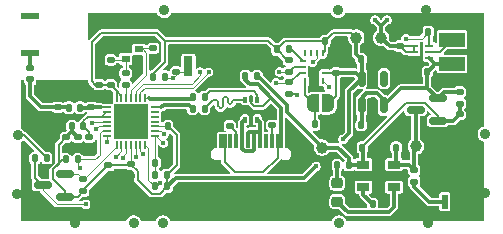
<source format=gtl>
G04 #@! TF.GenerationSoftware,KiCad,Pcbnew,9.0.0*
G04 #@! TF.CreationDate,2025-03-15T13:46:40+01:00*
G04 #@! TF.ProjectId,snowbackpack,736e6f77-6261-4636-9b70-61636b2e6b69,rev?*
G04 #@! TF.SameCoordinates,Original*
G04 #@! TF.FileFunction,Copper,L1,Top*
G04 #@! TF.FilePolarity,Positive*
%FSLAX46Y46*%
G04 Gerber Fmt 4.6, Leading zero omitted, Abs format (unit mm)*
G04 Created by KiCad (PCBNEW 9.0.0) date 2025-03-15 13:46:40*
%MOMM*%
%LPD*%
G01*
G04 APERTURE LIST*
G04 Aperture macros list*
%AMRoundRect*
0 Rectangle with rounded corners*
0 $1 Rounding radius*
0 $2 $3 $4 $5 $6 $7 $8 $9 X,Y pos of 4 corners*
0 Add a 4 corners polygon primitive as box body*
4,1,4,$2,$3,$4,$5,$6,$7,$8,$9,$2,$3,0*
0 Add four circle primitives for the rounded corners*
1,1,$1+$1,$2,$3*
1,1,$1+$1,$4,$5*
1,1,$1+$1,$6,$7*
1,1,$1+$1,$8,$9*
0 Add four rect primitives between the rounded corners*
20,1,$1+$1,$2,$3,$4,$5,0*
20,1,$1+$1,$4,$5,$6,$7,0*
20,1,$1+$1,$6,$7,$8,$9,0*
20,1,$1+$1,$8,$9,$2,$3,0*%
%AMFreePoly0*
4,1,23,0.500000,-0.750000,0.000000,-0.750000,0.000000,-0.745722,-0.065263,-0.745722,-0.191342,-0.711940,-0.304381,-0.646677,-0.396677,-0.554381,-0.461940,-0.441342,-0.495722,-0.315263,-0.495722,-0.250000,-0.500000,-0.250000,-0.500000,0.250000,-0.495722,0.250000,-0.495722,0.315263,-0.461940,0.441342,-0.396677,0.554381,-0.304381,0.646677,-0.191342,0.711940,-0.065263,0.745722,0.000000,0.745722,
0.000000,0.750000,0.500000,0.750000,0.500000,-0.750000,0.500000,-0.750000,$1*%
%AMFreePoly1*
4,1,23,0.000000,0.745722,0.065263,0.745722,0.191342,0.711940,0.304381,0.646677,0.396677,0.554381,0.461940,0.441342,0.495722,0.315263,0.495722,0.250000,0.500000,0.250000,0.500000,-0.250000,0.495722,-0.250000,0.495722,-0.315263,0.461940,-0.441342,0.396677,-0.554381,0.304381,-0.646677,0.191342,-0.711940,0.065263,-0.745722,0.000000,-0.745722,0.000000,-0.750000,-0.500000,-0.750000,
-0.500000,0.750000,0.000000,0.750000,0.000000,0.745722,0.000000,0.745722,$1*%
G04 Aperture macros list end*
G04 #@! TA.AperFunction,SMDPad,CuDef*
%ADD10RoundRect,0.135000X0.185000X-0.135000X0.185000X0.135000X-0.185000X0.135000X-0.185000X-0.135000X0*%
G04 #@! TD*
G04 #@! TA.AperFunction,SMDPad,CuDef*
%ADD11RoundRect,0.135000X0.135000X0.185000X-0.135000X0.185000X-0.135000X-0.185000X0.135000X-0.185000X0*%
G04 #@! TD*
G04 #@! TA.AperFunction,SMDPad,CuDef*
%ADD12FreePoly0,180.000000*%
G04 #@! TD*
G04 #@! TA.AperFunction,SMDPad,CuDef*
%ADD13FreePoly1,180.000000*%
G04 #@! TD*
G04 #@! TA.AperFunction,SMDPad,CuDef*
%ADD14R,1.100000X0.700000*%
G04 #@! TD*
G04 #@! TA.AperFunction,SMDPad,CuDef*
%ADD15RoundRect,0.140000X0.170000X-0.140000X0.170000X0.140000X-0.170000X0.140000X-0.170000X-0.140000X0*%
G04 #@! TD*
G04 #@! TA.AperFunction,SMDPad,CuDef*
%ADD16RoundRect,0.140000X0.140000X0.170000X-0.140000X0.170000X-0.140000X-0.170000X0.140000X-0.170000X0*%
G04 #@! TD*
G04 #@! TA.AperFunction,SMDPad,CuDef*
%ADD17RoundRect,0.147500X-0.147500X-0.172500X0.147500X-0.172500X0.147500X0.172500X-0.147500X0.172500X0*%
G04 #@! TD*
G04 #@! TA.AperFunction,SMDPad,CuDef*
%ADD18RoundRect,0.140000X-0.170000X0.140000X-0.170000X-0.140000X0.170000X-0.140000X0.170000X0.140000X0*%
G04 #@! TD*
G04 #@! TA.AperFunction,SMDPad,CuDef*
%ADD19RoundRect,0.147500X-0.172500X0.147500X-0.172500X-0.147500X0.172500X-0.147500X0.172500X0.147500X0*%
G04 #@! TD*
G04 #@! TA.AperFunction,SMDPad,CuDef*
%ADD20RoundRect,0.135000X-0.135000X-0.185000X0.135000X-0.185000X0.135000X0.185000X-0.135000X0.185000X0*%
G04 #@! TD*
G04 #@! TA.AperFunction,SMDPad,CuDef*
%ADD21RoundRect,0.135000X-0.185000X0.135000X-0.185000X-0.135000X0.185000X-0.135000X0.185000X0.135000X0*%
G04 #@! TD*
G04 #@! TA.AperFunction,SMDPad,CuDef*
%ADD22RoundRect,0.150000X0.587500X0.150000X-0.587500X0.150000X-0.587500X-0.150000X0.587500X-0.150000X0*%
G04 #@! TD*
G04 #@! TA.AperFunction,SMDPad,CuDef*
%ADD23RoundRect,0.093750X0.093750X-0.156250X0.093750X0.156250X-0.093750X0.156250X-0.093750X-0.156250X0*%
G04 #@! TD*
G04 #@! TA.AperFunction,SMDPad,CuDef*
%ADD24RoundRect,0.075000X0.075000X-0.250000X0.075000X0.250000X-0.075000X0.250000X-0.075000X-0.250000X0*%
G04 #@! TD*
G04 #@! TA.AperFunction,SMDPad,CuDef*
%ADD25RoundRect,0.140000X-0.140000X-0.170000X0.140000X-0.170000X0.140000X0.170000X-0.140000X0.170000X0*%
G04 #@! TD*
G04 #@! TA.AperFunction,SMDPad,CuDef*
%ADD26R,1.600000X0.600000*%
G04 #@! TD*
G04 #@! TA.AperFunction,SMDPad,CuDef*
%ADD27R,2.200000X1.200000*%
G04 #@! TD*
G04 #@! TA.AperFunction,SMDPad,CuDef*
%ADD28RoundRect,0.218750X0.256250X-0.218750X0.256250X0.218750X-0.256250X0.218750X-0.256250X-0.218750X0*%
G04 #@! TD*
G04 #@! TA.AperFunction,SMDPad,CuDef*
%ADD29C,1.000000*%
G04 #@! TD*
G04 #@! TA.AperFunction,SMDPad,CuDef*
%ADD30R,0.680010X0.280010*%
G04 #@! TD*
G04 #@! TA.AperFunction,SMDPad,CuDef*
%ADD31RoundRect,0.150000X0.150000X-0.512500X0.150000X0.512500X-0.150000X0.512500X-0.150000X-0.512500X0*%
G04 #@! TD*
G04 #@! TA.AperFunction,SMDPad,CuDef*
%ADD32R,0.729997X0.600000*%
G04 #@! TD*
G04 #@! TA.AperFunction,SMDPad,CuDef*
%ADD33R,0.700000X0.200000*%
G04 #@! TD*
G04 #@! TA.AperFunction,SMDPad,CuDef*
%ADD34R,0.200000X0.700000*%
G04 #@! TD*
G04 #@! TA.AperFunction,SMDPad,CuDef*
%ADD35R,2.700000X2.700000*%
G04 #@! TD*
G04 #@! TA.AperFunction,SMDPad,CuDef*
%ADD36R,0.550013X1.229997*%
G04 #@! TD*
G04 #@! TA.AperFunction,SMDPad,CuDef*
%ADD37R,1.000000X1.500000*%
G04 #@! TD*
G04 #@! TA.AperFunction,ComponentPad*
%ADD38O,1.000000X2.100000*%
G04 #@! TD*
G04 #@! TA.AperFunction,ComponentPad*
%ADD39O,1.000000X1.800000*%
G04 #@! TD*
G04 #@! TA.AperFunction,SMDPad,CuDef*
%ADD40R,0.300000X1.150013*%
G04 #@! TD*
G04 #@! TA.AperFunction,SMDPad,CuDef*
%ADD41R,0.280010X0.500000*%
G04 #@! TD*
G04 #@! TA.AperFunction,SMDPad,CuDef*
%ADD42R,0.500000X0.280010*%
G04 #@! TD*
G04 #@! TA.AperFunction,SMDPad,CuDef*
%ADD43R,0.800000X1.700000*%
G04 #@! TD*
G04 #@! TA.AperFunction,ComponentPad*
%ADD44C,0.900000*%
G04 #@! TD*
G04 #@! TA.AperFunction,ViaPad*
%ADD45C,0.400000*%
G04 #@! TD*
G04 #@! TA.AperFunction,Conductor*
%ADD46C,0.200000*%
G04 #@! TD*
G04 #@! TA.AperFunction,Conductor*
%ADD47C,0.300000*%
G04 #@! TD*
G04 #@! TA.AperFunction,Conductor*
%ADD48C,0.120000*%
G04 #@! TD*
G04 #@! TA.AperFunction,Conductor*
%ADD49C,0.100000*%
G04 #@! TD*
G04 APERTURE END LIST*
D10*
X92000000Y-90740001D03*
X92000000Y-91759999D03*
D11*
X89859999Y-89300000D03*
X88840001Y-89300000D03*
D12*
X100349999Y-89850000D03*
D13*
X99050001Y-89850000D03*
D14*
X105894006Y-96951081D03*
X105894006Y-96001118D03*
X105894006Y-95049125D03*
X103305994Y-95049125D03*
X103305994Y-96949047D03*
D15*
X81924994Y-88280000D03*
X81924994Y-87320000D03*
D16*
X104079999Y-86100000D03*
X103119999Y-86100000D03*
D17*
X93315000Y-87550000D03*
X94285000Y-87550000D03*
D18*
X80111517Y-92734213D03*
X80111517Y-93694213D03*
D19*
X83174994Y-87315000D03*
X83174994Y-88285000D03*
D11*
X76509999Y-94500000D03*
X75490001Y-94500000D03*
X79109999Y-94600000D03*
X78090001Y-94600000D03*
D20*
X104090001Y-98400000D03*
X105109999Y-98400000D03*
D15*
X80946378Y-88280000D03*
X80946378Y-87320000D03*
D10*
X79587495Y-97297498D03*
X79587495Y-96277500D03*
D20*
X85690001Y-94900000D03*
X86709999Y-94900000D03*
D19*
X107600000Y-95515000D03*
X107600000Y-96485000D03*
D20*
X85690001Y-96899998D03*
X86709999Y-96899998D03*
D21*
X97000000Y-86190128D03*
X97000000Y-87210126D03*
D19*
X111462500Y-88915000D03*
X111462500Y-89885000D03*
D22*
X109600000Y-91350000D03*
X109600000Y-89450000D03*
X107724999Y-90400000D03*
D19*
X75100000Y-86865000D03*
X75100000Y-87835000D03*
D15*
X87450000Y-87180000D03*
X87450000Y-86220000D03*
D18*
X80274994Y-89245000D03*
X80274994Y-90205000D03*
D16*
X104180000Y-93600001D03*
X103220000Y-93600001D03*
D17*
X78353724Y-90225000D03*
X79323724Y-90225000D03*
D23*
X93262500Y-91250000D03*
D24*
X93800000Y-91325000D03*
D23*
X94337500Y-91250000D03*
X94337500Y-89550000D03*
D24*
X93800000Y-89475000D03*
D23*
X93262500Y-89550000D03*
D20*
X107790002Y-83800000D03*
X108810000Y-83800000D03*
D25*
X107760184Y-87200000D03*
X108720184Y-87200000D03*
D18*
X85524994Y-85208961D03*
X85524994Y-86168961D03*
D11*
X102110000Y-95100000D03*
X101090000Y-95100000D03*
D18*
X106400000Y-85020000D03*
X106400000Y-85980000D03*
D10*
X111462501Y-91824998D03*
X111462501Y-90805000D03*
D15*
X101000000Y-87280000D03*
X101000000Y-86320000D03*
D26*
X75100000Y-82450000D03*
X75100000Y-85599999D03*
D20*
X85490001Y-87600000D03*
X86509999Y-87600000D03*
D25*
X105120000Y-93600000D03*
X106080000Y-93600000D03*
D27*
X110800000Y-86528143D03*
X110800000Y-84471755D03*
D28*
X101100000Y-98187501D03*
X101100000Y-96612499D03*
D29*
X102700000Y-84300000D03*
D22*
X78024994Y-97750000D03*
X78024994Y-95850000D03*
X76149993Y-96800000D03*
D30*
X108880163Y-86000000D03*
X108880163Y-85500127D03*
X108880163Y-85000000D03*
X107600000Y-85000000D03*
X107600000Y-85500127D03*
X107600000Y-86000000D03*
D15*
X81924994Y-86180000D03*
X81924994Y-85220000D03*
X83600000Y-95980000D03*
X83600000Y-95020000D03*
D31*
X103150001Y-90037500D03*
X104100000Y-90037500D03*
X105049999Y-90037500D03*
X105049999Y-87762500D03*
X103150001Y-87762500D03*
D32*
X83174955Y-86099924D03*
X84275033Y-86099924D03*
X84275033Y-85300076D03*
X83174955Y-85300076D03*
D17*
X78636567Y-91800000D03*
X79606567Y-91800000D03*
D29*
X99800000Y-93600000D03*
D25*
X103119999Y-91700000D03*
X104079999Y-91700000D03*
D16*
X87704994Y-91800000D03*
X86744994Y-91800000D03*
D10*
X97000000Y-89110126D03*
X97000000Y-88090128D03*
D33*
X81624993Y-90200102D03*
X81624994Y-90599898D03*
X81624994Y-91000203D03*
X81624994Y-91398984D03*
X81624994Y-91800051D03*
X81624994Y-92200102D03*
X81624993Y-92599898D03*
D34*
X82425096Y-93400001D03*
X82824892Y-93400000D03*
X83224943Y-93400000D03*
X83624994Y-93399238D03*
X84024791Y-93400000D03*
X84425096Y-93400000D03*
X84824892Y-93400001D03*
D33*
X85624995Y-92599898D03*
X85624994Y-92200102D03*
X85624994Y-91799797D03*
X85624995Y-91400000D03*
X85624994Y-91000203D03*
X85624994Y-90599898D03*
X85624995Y-90200102D03*
D34*
X84824892Y-89399999D03*
X84425096Y-89400000D03*
X84024791Y-89400000D03*
X83624994Y-89400254D03*
X83225197Y-89400000D03*
X82824892Y-89400000D03*
X82425096Y-89399999D03*
D35*
X83624994Y-91400255D03*
D25*
X100045019Y-84600128D03*
X101005019Y-84600128D03*
D29*
X104800000Y-84300000D03*
D20*
X99190001Y-91650000D03*
X100209999Y-91650000D03*
D19*
X81700000Y-95115000D03*
X81700000Y-96085000D03*
D18*
X78131618Y-92734213D03*
X78131618Y-93694213D03*
D36*
X110199873Y-98192558D03*
X110999975Y-98192558D03*
D37*
X112149835Y-96407442D03*
X109050013Y-96407442D03*
D20*
X85690001Y-95900000D03*
X86709999Y-95900000D03*
D10*
X95600000Y-91709999D03*
X95600000Y-90690001D03*
D29*
X107750000Y-93500000D03*
D11*
X89859999Y-90299998D03*
X88840001Y-90299998D03*
D15*
X77424509Y-91155000D03*
X77424509Y-90195000D03*
D38*
X98120041Y-93644913D03*
D39*
X98120041Y-97825000D03*
X89479959Y-97825000D03*
D38*
X89479959Y-93644913D03*
D40*
X90449987Y-93080016D03*
X91250089Y-93080016D03*
X92550064Y-93080016D03*
X93550064Y-93080016D03*
X94049936Y-93080016D03*
X95049936Y-93080016D03*
X96349911Y-93080016D03*
X97150013Y-93080016D03*
X96850038Y-93080016D03*
X96049936Y-93080016D03*
X95550064Y-93080016D03*
X94550064Y-93080016D03*
X93049936Y-93080016D03*
X92049936Y-93080016D03*
X91550064Y-93080016D03*
X90749962Y-93080016D03*
D18*
X79121567Y-92734211D03*
X79121567Y-93694211D03*
D41*
X98349936Y-87975083D03*
X98850064Y-87975083D03*
X99349936Y-87975083D03*
X99850064Y-87975083D03*
D42*
X100025019Y-87300000D03*
X100025019Y-86800127D03*
X100025019Y-86300000D03*
D41*
X99850064Y-85625171D03*
X99349936Y-85625171D03*
X98850064Y-85625171D03*
X98349936Y-85625171D03*
D42*
X98174981Y-86300000D03*
X98174981Y-86800127D03*
X98174981Y-87300000D03*
D20*
X95990001Y-85300127D03*
X97009999Y-85300127D03*
D43*
X88499999Y-86700000D03*
X91900001Y-86700000D03*
D44*
X108750000Y-100000000D03*
X101250000Y-100000000D03*
X108650000Y-82000000D03*
X113625025Y-92450000D03*
X78850000Y-100000000D03*
X101150000Y-82000000D03*
X74024975Y-92550000D03*
X74004750Y-97550000D03*
X86450000Y-82000000D03*
X113645250Y-97450000D03*
X86350000Y-100000000D03*
X83850000Y-100000000D03*
D45*
X90850000Y-91800000D03*
X89850000Y-91800000D03*
X88800000Y-91800000D03*
X104600000Y-96950000D03*
X104600000Y-96000000D03*
X104600000Y-95050000D03*
X111000000Y-96650000D03*
X112750000Y-84000000D03*
X112750000Y-82900000D03*
X106150000Y-86950000D03*
X107000000Y-87800000D03*
X106150000Y-87800000D03*
X102100000Y-86450000D03*
X80950000Y-97700000D03*
X91700000Y-88200000D03*
X90300000Y-88250000D03*
X84300000Y-90700000D03*
X83000000Y-92100000D03*
X101600000Y-92900000D03*
X97675000Y-89125000D03*
X100550000Y-89850000D03*
X99300000Y-95200000D03*
X87200000Y-87700000D03*
X81600000Y-93100000D03*
X86375000Y-93225000D03*
X90200000Y-87200000D03*
X79300000Y-95300000D03*
X81000000Y-85350000D03*
X91700000Y-85250000D03*
X104550000Y-91050000D03*
X82000000Y-84450000D03*
X87525000Y-85250000D03*
X83000000Y-90700000D03*
X80504730Y-94069730D03*
X83550000Y-84450000D03*
X81000000Y-86400000D03*
X76650000Y-93200000D03*
X90350000Y-85250000D03*
X77400000Y-89250000D03*
X92950000Y-85250000D03*
X103700000Y-91050000D03*
X100800000Y-92400000D03*
X101375270Y-91500000D03*
X78350000Y-89250000D03*
X88950000Y-85250000D03*
X110200000Y-96650000D03*
X86400000Y-94050000D03*
X111550000Y-82900000D03*
X83624994Y-91400255D03*
X101375000Y-90550000D03*
X77400000Y-92050000D03*
X85200000Y-84450000D03*
X101800000Y-85050000D03*
X79300000Y-89250000D03*
X94700000Y-85250000D03*
X84200000Y-87075000D03*
X104300000Y-82800000D03*
X105300000Y-82800000D03*
X80700000Y-92000000D03*
X95925270Y-88125270D03*
X86058934Y-96568742D03*
X89500000Y-87200000D03*
X86425156Y-92481774D03*
X106900000Y-84400000D03*
X84084994Y-94390892D03*
X84630606Y-94138731D03*
X80363182Y-91497984D03*
X96202885Y-87199217D03*
X100374981Y-88500000D03*
X82337753Y-94393825D03*
X82934824Y-94453063D03*
X99000000Y-86400000D03*
X79800000Y-98400000D03*
D46*
X91815576Y-89755539D02*
X91815576Y-89710000D01*
X92215576Y-89710000D02*
X92215576Y-89755539D01*
X91815576Y-89710000D02*
X91815576Y-89550000D01*
X93262500Y-89550000D02*
X92375576Y-89550000D01*
X91015576Y-89710000D02*
G75*
G03*
X90855576Y-89550024I-159976J0D01*
G01*
X91975576Y-89915539D02*
G75*
G02*
X91815561Y-89755539I24J160039D01*
G01*
X91175576Y-90255321D02*
G75*
G02*
X91015579Y-90095321I24J160021D01*
G01*
X91815576Y-89450000D02*
G75*
G03*
X91715576Y-89350024I-99976J0D01*
G01*
X90855576Y-89550000D02*
X90775576Y-89550000D01*
X91415576Y-90095321D02*
G75*
G02*
X91255576Y-90255276I-159976J21D01*
G01*
X92215576Y-89755539D02*
G75*
G02*
X92055576Y-89915476I-159976J39D01*
G01*
X90045354Y-90114643D02*
X89859999Y-90299998D01*
X92055576Y-89915539D02*
X91975576Y-89915539D01*
X91515576Y-89350000D02*
G75*
G03*
X91415600Y-89450000I24J-100000D01*
G01*
X92375576Y-89550000D02*
G75*
G03*
X92215600Y-89710000I24J-160000D01*
G01*
X91815576Y-89550000D02*
X91815576Y-89450000D01*
X91715576Y-89350000D02*
X91515576Y-89350000D01*
X91415576Y-89450000D02*
X91415576Y-89550000D01*
X91415576Y-89550000D02*
X91415576Y-89710000D01*
X91415576Y-89710000D02*
X91415576Y-90095321D01*
X91255576Y-90255321D02*
X91175576Y-90255321D01*
X91015576Y-90095321D02*
X91015576Y-89710000D01*
X90291798Y-89868198D02*
X90045354Y-90114643D01*
X90775576Y-89550000D02*
X90609997Y-89550000D01*
X90609997Y-89550000D02*
X90291798Y-89868198D01*
X95550064Y-93080016D02*
X95550064Y-91759935D01*
X95550064Y-91759935D02*
X95600000Y-91709999D01*
X92550064Y-93080016D02*
X92550064Y-92310063D01*
X92550064Y-92310063D02*
X92000000Y-91759999D01*
D47*
X96349911Y-90228862D02*
X95510525Y-89389475D01*
D46*
X93800000Y-89823358D02*
X94077642Y-90101000D01*
X93800000Y-89475000D02*
X93800000Y-89823358D01*
X94077642Y-90101000D02*
X94799000Y-90101000D01*
X94799000Y-90101000D02*
X95510525Y-89389475D01*
D47*
X95510525Y-89389475D02*
X94371049Y-88250000D01*
D46*
X89859999Y-89300000D02*
X90310999Y-88849000D01*
X94337500Y-89153676D02*
X94337500Y-89550000D01*
X90310999Y-88849000D02*
X94032824Y-88849000D01*
X94032824Y-88849000D02*
X94337500Y-89153676D01*
D47*
X96349911Y-93255016D02*
X96349911Y-90228862D01*
X93315000Y-87869999D02*
X93315000Y-87550000D01*
X94371049Y-88250000D02*
X93695001Y-88250000D01*
X93695001Y-88250000D02*
X93315000Y-87869999D01*
X96850911Y-90021342D02*
X94379569Y-87550000D01*
X94379569Y-87550000D02*
X94285000Y-87550000D01*
X96850911Y-90021342D02*
X96850911Y-90600911D01*
X96850911Y-90600911D02*
X99800000Y-93550000D01*
X99800000Y-93550000D02*
X99800000Y-93600000D01*
X93262500Y-91250000D02*
X93051064Y-91461436D01*
X93051064Y-91461436D02*
X93051064Y-93078888D01*
X94049936Y-93080016D02*
X94049936Y-93807150D01*
X94049936Y-93807150D02*
X93951064Y-93906022D01*
X93951064Y-93906022D02*
X93257086Y-93906022D01*
X93257086Y-93906022D02*
X93051064Y-93700000D01*
X93051064Y-93700000D02*
X93051064Y-93080016D01*
X94548936Y-91461436D02*
X94548936Y-92250000D01*
X93550064Y-93080016D02*
X93550064Y-92352882D01*
X93550064Y-92352882D02*
X93652946Y-92250000D01*
X93652946Y-92250000D02*
X94548936Y-92250000D01*
X94337500Y-91250000D02*
X94548936Y-91461436D01*
X94548936Y-92250000D02*
X94548936Y-93078888D01*
D48*
X84608885Y-85300076D02*
X84275033Y-85300076D01*
X83624994Y-89400254D02*
X83624994Y-88739487D01*
X85524994Y-85208961D02*
X84366148Y-85208961D01*
X84901031Y-85592222D02*
X84608885Y-85300076D01*
X84366148Y-85208961D02*
X84275033Y-85300076D01*
X83624994Y-88739487D02*
X84901031Y-87463450D01*
X84901031Y-87463450D02*
X84901031Y-85592222D01*
X78024994Y-95850000D02*
X79159995Y-95850000D01*
X79622500Y-96277500D02*
X82425096Y-93474904D01*
X79159995Y-95850000D02*
X79587495Y-96277500D01*
X82425096Y-93474904D02*
X82425096Y-93400001D01*
X79587495Y-96277500D02*
X79622500Y-96277500D01*
D46*
X100025019Y-87300000D02*
X100960127Y-87300000D01*
X78024994Y-97295533D02*
X76986494Y-96257033D01*
X100349999Y-89850000D02*
X101000000Y-89199999D01*
X79587495Y-97227505D02*
X81700000Y-95115000D01*
X78024994Y-97750000D02*
X79134993Y-97750000D01*
X100045019Y-84600128D02*
X100045019Y-85430216D01*
X80946378Y-88280000D02*
X80580000Y-88280000D01*
X86500000Y-84550000D02*
X95239874Y-84550000D01*
X97660126Y-89110126D02*
X97675000Y-89125000D01*
X96880002Y-86190128D02*
X95990001Y-85300127D01*
D47*
X103150001Y-86130002D02*
X103119999Y-86100000D01*
D46*
X81100000Y-83900000D02*
X85850000Y-83900000D01*
X97000000Y-89110126D02*
X97660126Y-89110126D01*
X79587495Y-97297498D02*
X79587495Y-97227505D01*
X100745147Y-83900000D02*
X102300000Y-83900000D01*
X84211000Y-96306550D02*
X84200000Y-96317550D01*
D48*
X77900000Y-94600000D02*
X78090001Y-94600000D01*
D46*
X77500000Y-94995526D02*
X77047763Y-95447763D01*
D48*
X86744791Y-91799797D02*
X86744994Y-91800000D01*
D46*
X80300000Y-84700000D02*
X81100000Y-83900000D01*
X84200000Y-96350337D02*
X85370661Y-97520998D01*
D47*
X78636567Y-91800000D02*
X78636567Y-92229264D01*
X78636567Y-91800000D02*
X78636567Y-92249211D01*
D46*
X85850000Y-83900000D02*
X86500000Y-84550000D01*
X83624994Y-95044994D02*
X84200000Y-95620000D01*
X87500000Y-92555006D02*
X87500000Y-95109999D01*
X84200000Y-95620000D02*
X84200000Y-95642450D01*
X77047763Y-95447763D02*
X77895526Y-94600000D01*
X85490001Y-87409999D02*
X86500000Y-86400000D01*
X78024994Y-97750000D02*
X78024994Y-97295533D01*
X100960127Y-87300000D02*
X101000000Y-87260127D01*
D48*
X83624994Y-94995006D02*
X83600000Y-95020000D01*
D46*
X76986494Y-96257033D02*
X76986494Y-95509032D01*
X95990001Y-85300127D02*
X96690000Y-84600128D01*
X100045019Y-85430216D02*
X99850064Y-85625171D01*
D47*
X102100000Y-92400000D02*
X101600000Y-92900000D01*
D46*
X84200000Y-95642450D02*
X84211000Y-95653450D01*
X82824892Y-89224892D02*
X82824892Y-89400000D01*
D47*
X102700000Y-85680001D02*
X103119999Y-86100000D01*
D46*
X84211000Y-95653450D02*
X84211000Y-96306550D01*
X81924994Y-88280000D02*
X80946378Y-88280000D01*
D47*
X103150001Y-87762500D02*
X102100000Y-88812501D01*
D46*
X96690000Y-84600128D02*
X100045019Y-84600128D01*
X84200000Y-96317550D02*
X84200000Y-96350337D01*
D47*
X87409997Y-96200000D02*
X86709999Y-96899998D01*
D46*
X82425096Y-88825096D02*
X82425096Y-89399999D01*
D47*
X78636567Y-92229264D02*
X78131618Y-92734213D01*
X78636567Y-92249211D02*
X79121567Y-92734211D01*
D46*
X81924994Y-88324994D02*
X81924994Y-88280000D01*
D47*
X102700000Y-84300000D02*
X102700000Y-85680001D01*
X102100000Y-89100000D02*
X102100000Y-92400000D01*
D46*
X101000000Y-89199999D02*
X101000000Y-87260127D01*
X97000000Y-86190128D02*
X96880002Y-86190128D01*
X79134993Y-97750000D02*
X79587495Y-97297498D01*
X85490001Y-87800000D02*
X85490001Y-87409999D01*
X80300000Y-88000000D02*
X80300000Y-84700000D01*
X82425096Y-88825096D02*
X81924994Y-88324994D01*
X85370661Y-97520998D02*
X86088999Y-97520998D01*
X86709999Y-96899998D02*
X86709999Y-95900000D01*
X86500000Y-86400000D02*
X86500000Y-84550000D01*
D47*
X99300000Y-95200000D02*
X98300000Y-96200000D01*
X98300000Y-96200000D02*
X87409997Y-96200000D01*
D46*
X77895526Y-94600000D02*
X78090001Y-94600000D01*
X76986494Y-95509032D02*
X77047763Y-95447763D01*
D47*
X103150001Y-87762500D02*
X103150001Y-86130002D01*
D48*
X83624994Y-93399238D02*
X83624994Y-94995006D01*
D47*
X102647628Y-87260127D02*
X103150001Y-87762500D01*
D49*
X82376440Y-89351343D02*
X82374255Y-89349160D01*
D46*
X82425096Y-88825096D02*
X82824892Y-89224892D01*
X95990001Y-85300127D02*
X95239874Y-84550000D01*
D47*
X101000000Y-87260127D02*
X102647628Y-87260127D01*
D48*
X85624994Y-91799797D02*
X86744791Y-91799797D01*
D46*
X102300000Y-83900000D02*
X102700000Y-84300000D01*
X81700000Y-95115000D02*
X83505000Y-95115000D01*
X80580000Y-88280000D02*
X80300000Y-88000000D01*
X86744994Y-91800000D02*
X87500000Y-92555006D01*
X83505000Y-95115000D02*
X83624994Y-94995006D01*
X100045019Y-84600128D02*
X100745147Y-83900000D01*
X86088999Y-97520998D02*
X86709999Y-96899998D01*
X77500000Y-93365831D02*
X77500000Y-94995526D01*
X87500000Y-95109999D02*
X86709999Y-95900000D01*
D48*
X83624994Y-93399238D02*
X83600000Y-93424232D01*
D46*
X78131618Y-92734213D02*
X77500000Y-93365831D01*
D49*
X82091416Y-88225101D02*
X82080082Y-88213768D01*
D47*
X102100000Y-88812501D02*
X102100000Y-89100000D01*
D46*
X98349936Y-87975083D02*
X98349936Y-89149935D01*
X99190001Y-89990000D02*
X99050001Y-89850000D01*
X99190001Y-91650000D02*
X99190001Y-89990000D01*
X98349936Y-89149935D02*
X99050001Y-89850000D01*
X81150000Y-90997984D02*
X81546882Y-90601102D01*
X81546882Y-90601102D02*
X81573898Y-90601102D01*
X81150000Y-90997984D02*
X81624994Y-90997984D01*
X80111517Y-92304950D02*
X79606567Y-91800000D01*
X79606567Y-91393433D02*
X80002016Y-90997984D01*
X80111517Y-92734213D02*
X80111517Y-92304950D01*
X79606567Y-91800000D02*
X79606567Y-91393433D01*
X80002016Y-90997984D02*
X81150000Y-90997984D01*
D47*
X75100000Y-86865000D02*
X75100000Y-85599999D01*
D48*
X87500000Y-87230000D02*
X87450000Y-87180000D01*
X81624993Y-92599898D02*
X81624993Y-93075007D01*
X87500000Y-87400000D02*
X87500000Y-87230000D01*
X81624993Y-93075007D02*
X81600000Y-93100000D01*
X86609999Y-87700000D02*
X86509999Y-87800000D01*
X87200000Y-87700000D02*
X86609999Y-87700000D01*
X88019999Y-87180000D02*
X88499999Y-86700000D01*
X87450000Y-87180000D02*
X88019999Y-87180000D01*
X87200000Y-87700000D02*
X87500000Y-87400000D01*
X85624995Y-92599898D02*
X85624995Y-94810001D01*
X85749898Y-92599898D02*
X86375000Y-93225000D01*
X85624995Y-92599898D02*
X85749898Y-92599898D01*
X85690001Y-94900000D02*
X85690001Y-95900000D01*
D47*
X103150001Y-91669998D02*
X103119999Y-91700000D01*
X108720184Y-87200000D02*
X108720184Y-88570184D01*
X105049999Y-89612321D02*
X105049999Y-90037500D01*
X103501002Y-89024000D02*
X104461678Y-89024000D01*
X103150001Y-90037500D02*
X103150001Y-91669998D01*
X104461678Y-89024000D02*
X105049999Y-89612321D01*
X103150001Y-90037500D02*
X103150001Y-89375001D01*
X106517315Y-88570184D02*
X108720184Y-88570184D01*
X110800000Y-86528143D02*
X109408306Y-86528143D01*
X109600000Y-89450000D02*
X110135000Y-88915000D01*
X108720184Y-87200000D02*
X108736449Y-87200000D01*
X108736449Y-87200000D02*
X109408306Y-86528143D01*
X108720184Y-88570184D02*
X109600000Y-89450000D01*
X105049999Y-90037500D02*
X106517315Y-88570184D01*
X109408306Y-86528143D02*
X108880163Y-86000000D01*
X110135000Y-88915000D02*
X111462500Y-88915000D01*
X103150001Y-89375001D02*
X103501002Y-89024000D01*
D48*
X81924994Y-86180000D02*
X83094879Y-86180000D01*
X83174994Y-86099963D02*
X83174955Y-86099924D01*
X83094879Y-86180000D02*
X83174955Y-86099924D01*
X83174994Y-87315000D02*
X83174994Y-86099963D01*
D47*
X101100000Y-95110000D02*
X101090000Y-95100000D01*
X101100000Y-96612499D02*
X101100000Y-95110000D01*
D48*
X84425096Y-89400000D02*
X84425096Y-88881962D01*
X88904961Y-88521000D02*
X90200000Y-87225961D01*
X84786058Y-88521000D02*
X88904961Y-88521000D01*
X84425096Y-88881962D02*
X84786058Y-88521000D01*
X90200000Y-87225961D02*
X90200000Y-87200000D01*
X79109999Y-94600000D02*
X80625000Y-94600000D01*
X81013993Y-92386007D02*
X81199898Y-92200102D01*
X79109999Y-95109999D02*
X79300000Y-95300000D01*
X79109999Y-94600000D02*
X79109999Y-95109999D01*
X81199898Y-92200102D02*
X81624994Y-92200102D01*
X81013993Y-94211007D02*
X81013993Y-92386007D01*
X80625000Y-94600000D02*
X81013993Y-94211007D01*
X86709999Y-94900000D02*
X86709999Y-94359999D01*
X80111517Y-93694213D02*
X80129213Y-93694213D01*
X84275033Y-86999967D02*
X84200000Y-87075000D01*
X80129213Y-93694213D02*
X80504730Y-94069730D01*
X85414818Y-86315910D02*
X85334741Y-86235837D01*
X84275033Y-86099924D02*
X84275033Y-86999967D01*
X86709999Y-94359999D02*
X86400000Y-94050000D01*
X83225197Y-88335203D02*
X83174994Y-88285000D01*
X83225197Y-89400000D02*
X83225197Y-88335203D01*
D46*
X88715001Y-89400000D02*
X88840001Y-89275000D01*
X88740001Y-89400000D02*
X88840001Y-89300000D01*
D47*
X85150000Y-89400000D02*
X85250000Y-89500000D01*
D48*
X84824892Y-89399999D02*
X85150000Y-89400000D01*
D47*
X85250000Y-89500000D02*
X88640001Y-89500000D01*
X88640001Y-89500000D02*
X88840001Y-89300000D01*
X80254994Y-90200000D02*
X80274994Y-90180000D01*
X81051826Y-90205000D02*
X81051871Y-90205045D01*
D49*
X80295096Y-90200102D02*
X80274994Y-90180000D01*
D47*
X80274994Y-90205000D02*
X81051826Y-90205000D01*
X79323724Y-90225000D02*
X80254994Y-90225000D01*
D46*
X81148898Y-90198898D02*
X81624993Y-90198898D01*
D49*
X79343724Y-90180000D02*
X79323724Y-90200000D01*
D46*
X80274994Y-90180000D02*
X80480000Y-90180000D01*
X106420000Y-85000000D02*
X106400000Y-85020000D01*
X76509999Y-94500000D02*
X74559999Y-92550000D01*
X107600000Y-85500127D02*
X107600000Y-85000000D01*
X107600000Y-85000000D02*
X106420000Y-85000000D01*
D47*
X106400000Y-85020000D02*
X105520000Y-85020000D01*
X105520000Y-85020000D02*
X104800000Y-84300000D01*
D46*
X74559999Y-92550000D02*
X74301000Y-92550000D01*
D47*
X105300000Y-82800000D02*
X104800000Y-83300000D01*
X104300000Y-82800000D02*
X104800000Y-83300000D01*
D46*
X106880127Y-85500127D02*
X106400000Y-85020000D01*
X107600000Y-85500127D02*
X106880127Y-85500127D01*
D47*
X104800000Y-83300000D02*
X104800000Y-84300000D01*
X106100000Y-94843131D02*
X106100000Y-93620000D01*
X107724999Y-90400000D02*
X107724999Y-93224999D01*
X105894006Y-95049125D02*
X106100000Y-94843131D01*
X106100000Y-93620000D02*
X106080000Y-93600000D01*
X107134125Y-95049125D02*
X105894006Y-95049125D01*
X107600000Y-93650000D02*
X107750000Y-93500000D01*
X107600000Y-95515000D02*
X107600000Y-93650000D01*
X107600000Y-95515000D02*
X107134125Y-95049125D01*
X107724999Y-93224999D02*
X108000000Y-93500000D01*
D46*
X108880163Y-85500127D02*
X109771628Y-85500127D01*
X109771628Y-85500127D02*
X110800000Y-84471755D01*
D47*
X88550003Y-90010000D02*
X88840001Y-90299998D01*
D48*
X86199898Y-90200102D02*
X86200000Y-90200000D01*
D46*
X88740003Y-90200000D02*
X88840001Y-90299998D01*
D47*
X86200000Y-90200000D02*
X86390000Y-90010000D01*
D46*
X88765003Y-90200000D02*
X88840001Y-90274998D01*
D47*
X86390000Y-90010000D02*
X88550003Y-90010000D01*
D48*
X85624995Y-90200102D02*
X86199898Y-90200102D01*
D47*
X105450049Y-99071000D02*
X101983499Y-99071000D01*
X105894006Y-96951081D02*
X105894006Y-98627043D01*
X105894006Y-98627043D02*
X105450049Y-99071000D01*
X101983499Y-99071000D02*
X101100000Y-98187501D01*
X108883129Y-98192558D02*
X110199873Y-98192558D01*
X107600000Y-96909429D02*
X108883129Y-98192558D01*
X107600000Y-96485000D02*
X107600000Y-96909429D01*
D46*
X97109872Y-88090128D02*
X97000000Y-88090128D01*
X98174981Y-87300000D02*
X97900000Y-87300000D01*
D48*
X96964858Y-88125270D02*
X97000000Y-88090128D01*
D46*
X97900000Y-87300000D02*
X97109872Y-88090128D01*
D48*
X95925270Y-88125270D02*
X96964858Y-88125270D01*
X80899949Y-91800051D02*
X80700000Y-92000000D01*
X81624994Y-91800051D02*
X80899949Y-91800051D01*
D47*
X103305994Y-97615993D02*
X104090001Y-98400000D01*
X103305994Y-96949047D02*
X103305994Y-97615993D01*
X110917501Y-91350000D02*
X111462501Y-90805000D01*
D46*
X103220000Y-93600001D02*
X103220000Y-93525531D01*
D47*
X102110000Y-94510000D02*
X102110000Y-95100000D01*
X103255119Y-95100000D02*
X103305994Y-95049125D01*
X103305994Y-95049125D02*
X103250000Y-94993131D01*
D46*
X108503467Y-89799000D02*
X109600000Y-90895533D01*
D47*
X103250000Y-94993131D02*
X103250000Y-93630001D01*
X111462501Y-90805000D02*
X111462500Y-89885000D01*
X99800000Y-93600000D02*
X101200000Y-93600000D01*
D46*
X109600000Y-90895533D02*
X109600000Y-91350000D01*
D47*
X101200000Y-93600000D02*
X102110000Y-94510000D01*
D46*
X106946531Y-89799000D02*
X108503467Y-89799000D01*
D47*
X102110000Y-95100000D02*
X103255119Y-95100000D01*
D46*
X103220000Y-93525531D02*
X106946531Y-89799000D01*
D47*
X109600000Y-91350000D02*
X110917501Y-91350000D01*
X103250000Y-93630001D02*
X103220000Y-93600001D01*
D48*
X85100000Y-96309997D02*
X85100000Y-93675109D01*
X85690001Y-96899998D02*
X85727678Y-96899998D01*
X85100000Y-93675109D02*
X84824892Y-93400001D01*
X85727678Y-96899998D02*
X86058934Y-96568742D01*
X85690001Y-96899998D02*
X85100000Y-96309997D01*
X89500000Y-87471999D02*
X89500000Y-87200000D01*
X84653096Y-88200000D02*
X88771999Y-88200000D01*
X84024791Y-88828305D02*
X84653096Y-88200000D01*
X88771999Y-88200000D02*
X89500000Y-87471999D01*
X84024791Y-89400000D02*
X84024791Y-88828305D01*
X106900000Y-84400000D02*
X106919000Y-84381000D01*
D46*
X108880163Y-85000000D02*
X108880163Y-83870163D01*
X108880163Y-83870163D02*
X108810000Y-83800000D01*
D48*
X86143484Y-92200102D02*
X86425156Y-92481774D01*
X108229000Y-84381000D02*
X108810000Y-83800000D01*
X106919000Y-84381000D02*
X108229000Y-84381000D01*
X85624994Y-92200102D02*
X86143484Y-92200102D01*
X84084994Y-94390892D02*
X84024791Y-94330689D01*
X84024791Y-94330689D02*
X84024791Y-93400000D01*
X84425096Y-93933221D02*
X84630606Y-94138731D01*
X84425096Y-93400000D02*
X84425096Y-93933221D01*
X96989874Y-87200000D02*
X97000000Y-87210126D01*
D46*
X98174981Y-86800127D02*
X97409999Y-86800127D01*
D48*
X96202885Y-87199217D02*
X96203668Y-87200000D01*
X81624994Y-91398984D02*
X80462182Y-91398984D01*
D46*
X97409999Y-86800127D02*
X97000000Y-87210126D01*
D48*
X80462182Y-91398984D02*
X80363182Y-91497984D01*
X96203668Y-87200000D02*
X96989874Y-87200000D01*
X82824892Y-93906686D02*
X82337753Y-94393825D01*
X100374981Y-88500000D02*
X99850064Y-87975083D01*
X82824892Y-93400000D02*
X82824892Y-93906686D01*
X83224943Y-94064075D02*
X82934824Y-94354194D01*
X83224943Y-93400000D02*
X83224943Y-94064075D01*
X82934824Y-94354194D02*
X82934824Y-94453063D01*
X99000000Y-86400000D02*
X99349936Y-86050064D01*
X99349936Y-86050064D02*
X99349936Y-85625171D01*
D46*
X98174981Y-86300000D02*
X97175108Y-85300127D01*
X97175108Y-85300127D02*
X97009999Y-85300127D01*
D47*
X91250089Y-93255016D02*
X91548936Y-93255016D01*
D46*
X94800000Y-95700000D02*
X92400000Y-95700000D01*
X92400000Y-95700000D02*
X91550064Y-94850064D01*
X93751000Y-89475000D02*
X93751000Y-89500000D01*
X91550064Y-94850064D02*
X91550064Y-93255016D01*
X96049936Y-93255016D02*
X96049936Y-94450064D01*
X93800000Y-89475000D02*
X93751000Y-89475000D01*
X96049936Y-94450064D02*
X94800000Y-95700000D01*
D47*
X77424509Y-90195000D02*
X78323724Y-90195000D01*
X78323724Y-90195000D02*
X78353724Y-90225000D01*
X76020000Y-90195000D02*
X77424509Y-90195000D01*
D49*
X77454509Y-90225000D02*
X77424509Y-90195000D01*
D47*
X75100000Y-89275000D02*
X76020000Y-90195000D01*
X75100000Y-87860000D02*
X75100000Y-89275000D01*
D48*
X77352096Y-98400000D02*
X79800000Y-98400000D01*
X77352096Y-98400000D02*
X76149993Y-97197897D01*
D46*
X75490001Y-94500000D02*
X75490001Y-96140008D01*
X75490001Y-96140008D02*
X76149993Y-96800000D01*
D48*
X76149993Y-97197897D02*
X76149993Y-96800000D01*
G04 #@! TA.AperFunction,Conductor*
G36*
X85831835Y-82222174D02*
G01*
X85847876Y-82246181D01*
X85873534Y-82308126D01*
X85873535Y-82308127D01*
X85944724Y-82414669D01*
X86035331Y-82505276D01*
X86141873Y-82576465D01*
X86260256Y-82625501D01*
X86260258Y-82625501D01*
X86260260Y-82625502D01*
X86302903Y-82633984D01*
X86385931Y-82650500D01*
X86385933Y-82650500D01*
X86514067Y-82650500D01*
X86514069Y-82650500D01*
X86639744Y-82625501D01*
X86758127Y-82576465D01*
X86864669Y-82505276D01*
X86955276Y-82414669D01*
X87026465Y-82308127D01*
X87052124Y-82246180D01*
X87092173Y-82206133D01*
X87120491Y-82200500D01*
X100479509Y-82200500D01*
X100531835Y-82222174D01*
X100547876Y-82246181D01*
X100573534Y-82308126D01*
X100573535Y-82308127D01*
X100644724Y-82414669D01*
X100735331Y-82505276D01*
X100841873Y-82576465D01*
X100960256Y-82625501D01*
X100960258Y-82625501D01*
X100960260Y-82625502D01*
X101002903Y-82633984D01*
X101085931Y-82650500D01*
X101085933Y-82650500D01*
X101214067Y-82650500D01*
X101214069Y-82650500D01*
X101339744Y-82625501D01*
X101458127Y-82576465D01*
X101564669Y-82505276D01*
X101655276Y-82414669D01*
X101726465Y-82308127D01*
X101752124Y-82246180D01*
X101792173Y-82206133D01*
X101820491Y-82200500D01*
X113425500Y-82200500D01*
X113477826Y-82222174D01*
X113499500Y-82274500D01*
X113499500Y-91750994D01*
X113477826Y-91803320D01*
X113439941Y-91823571D01*
X113435289Y-91824496D01*
X113435282Y-91824498D01*
X113316901Y-91873533D01*
X113210356Y-91944723D01*
X113210355Y-91944725D01*
X113119750Y-92035330D01*
X113119748Y-92035331D01*
X113048558Y-92141876D01*
X112999523Y-92260257D01*
X112999522Y-92260260D01*
X112987540Y-92320500D01*
X112977596Y-92370495D01*
X112974525Y-92385932D01*
X112974525Y-92514067D01*
X112999522Y-92639739D01*
X112999523Y-92639742D01*
X113043293Y-92745413D01*
X113048560Y-92758127D01*
X113089729Y-92819741D01*
X113116249Y-92859432D01*
X113119749Y-92864669D01*
X113210356Y-92955276D01*
X113316898Y-93026465D01*
X113435281Y-93075501D01*
X113439935Y-93076426D01*
X113487028Y-93107891D01*
X113499500Y-93149005D01*
X113499500Y-99725500D01*
X113477826Y-99777826D01*
X113425500Y-99799500D01*
X101920491Y-99799500D01*
X101868165Y-99777826D01*
X101852124Y-99753819D01*
X101826465Y-99691873D01*
X101755276Y-99585331D01*
X101664668Y-99494723D01*
X101629473Y-99471207D01*
X101558127Y-99423535D01*
X101558124Y-99423533D01*
X101558123Y-99423533D01*
X101439742Y-99374498D01*
X101439739Y-99374497D01*
X101349696Y-99356586D01*
X101314069Y-99349500D01*
X101185931Y-99349500D01*
X101154726Y-99355707D01*
X101060260Y-99374497D01*
X101060257Y-99374498D01*
X100941876Y-99423533D01*
X100835331Y-99494723D01*
X100835330Y-99494725D01*
X100744725Y-99585330D01*
X100744723Y-99585331D01*
X100673534Y-99691873D01*
X100647876Y-99753819D01*
X100607827Y-99793867D01*
X100579509Y-99799500D01*
X87020491Y-99799500D01*
X86968165Y-99777826D01*
X86952124Y-99753819D01*
X86926465Y-99691873D01*
X86855276Y-99585331D01*
X86764668Y-99494723D01*
X86729473Y-99471207D01*
X86658127Y-99423535D01*
X86658124Y-99423533D01*
X86658123Y-99423533D01*
X86539742Y-99374498D01*
X86539739Y-99374497D01*
X86449696Y-99356586D01*
X86414069Y-99349500D01*
X86285931Y-99349500D01*
X86254726Y-99355707D01*
X86160260Y-99374497D01*
X86160257Y-99374498D01*
X86041876Y-99423533D01*
X85935331Y-99494723D01*
X85935330Y-99494725D01*
X85844725Y-99585330D01*
X85844723Y-99585331D01*
X85773534Y-99691873D01*
X85747876Y-99753819D01*
X85707827Y-99793867D01*
X85679509Y-99799500D01*
X84520491Y-99799500D01*
X84468165Y-99777826D01*
X84452124Y-99753819D01*
X84426465Y-99691873D01*
X84355276Y-99585331D01*
X84264668Y-99494723D01*
X84229473Y-99471207D01*
X84158127Y-99423535D01*
X84158124Y-99423533D01*
X84158123Y-99423533D01*
X84039742Y-99374498D01*
X84039739Y-99374497D01*
X83949696Y-99356586D01*
X83914069Y-99349500D01*
X83785931Y-99349500D01*
X83754726Y-99355707D01*
X83660260Y-99374497D01*
X83660257Y-99374498D01*
X83541876Y-99423533D01*
X83435331Y-99494723D01*
X83435330Y-99494725D01*
X83344725Y-99585330D01*
X83344723Y-99585331D01*
X83273534Y-99691873D01*
X83247876Y-99753819D01*
X83207827Y-99793867D01*
X83179509Y-99799500D01*
X74374500Y-99799500D01*
X74322174Y-99777826D01*
X74300500Y-99725500D01*
X74300500Y-93187802D01*
X74322174Y-93135476D01*
X74333382Y-93126277D01*
X74439644Y-93055276D01*
X74487648Y-93007272D01*
X74539974Y-92985598D01*
X74592300Y-93007272D01*
X75438202Y-93853174D01*
X75459876Y-93905500D01*
X75438202Y-93957826D01*
X75385876Y-93979500D01*
X75315685Y-93979500D01*
X75304319Y-93980996D01*
X75266829Y-93985931D01*
X75159596Y-94035935D01*
X75075936Y-94119595D01*
X75025932Y-94226828D01*
X75019501Y-94275685D01*
X75019501Y-94724314D01*
X75025932Y-94773171D01*
X75075936Y-94880404D01*
X75164175Y-94968643D01*
X75162600Y-94970217D01*
X75188376Y-95010674D01*
X75189501Y-95023526D01*
X75189501Y-96179572D01*
X75209978Y-96255993D01*
X75209980Y-96255998D01*
X75213780Y-96262579D01*
X75237967Y-96304472D01*
X75249541Y-96324519D01*
X75271885Y-96346863D01*
X75274702Y-96350479D01*
X75281106Y-96373698D01*
X75290326Y-96395956D01*
X75288671Y-96401122D01*
X75289762Y-96405077D01*
X75284351Y-96414608D01*
X75276554Y-96438952D01*
X75273294Y-96443518D01*
X75221920Y-96548605D01*
X75221920Y-96548606D01*
X75211993Y-96616735D01*
X75211993Y-96983264D01*
X75221920Y-97051393D01*
X75221920Y-97051394D01*
X75273294Y-97156482D01*
X75273295Y-97156483D01*
X75356010Y-97239198D01*
X75461100Y-97290573D01*
X75529233Y-97300500D01*
X75861085Y-97300500D01*
X75913411Y-97322174D01*
X75924976Y-97339484D01*
X75925104Y-97339399D01*
X75929151Y-97345456D01*
X75929152Y-97345458D01*
X77131255Y-98547561D01*
X77204535Y-98620841D01*
X77300279Y-98660500D01*
X79463455Y-98660500D01*
X79515781Y-98682174D01*
X79554087Y-98720480D01*
X79645413Y-98773207D01*
X79747270Y-98800499D01*
X79747271Y-98800500D01*
X79747273Y-98800500D01*
X79852729Y-98800500D01*
X79852729Y-98800499D01*
X79954587Y-98773207D01*
X80045913Y-98720480D01*
X80120480Y-98645913D01*
X80173207Y-98554587D01*
X80200499Y-98452729D01*
X80200500Y-98452729D01*
X80200500Y-98347271D01*
X80200499Y-98347270D01*
X80173208Y-98245417D01*
X80173207Y-98245413D01*
X80120480Y-98154087D01*
X80045913Y-98079520D01*
X79995649Y-98050500D01*
X79954591Y-98026795D01*
X79954582Y-98026791D01*
X79870740Y-98004326D01*
X79852729Y-97999500D01*
X79852727Y-97999500D01*
X79747273Y-97999500D01*
X79747271Y-97999500D01*
X79645417Y-98026791D01*
X79645408Y-98026795D01*
X79554086Y-98079520D01*
X79515781Y-98117826D01*
X79463455Y-98139500D01*
X79337531Y-98139500D01*
X79285205Y-98117826D01*
X79263531Y-98065500D01*
X79285205Y-98013174D01*
X79300531Y-98001414D01*
X79303846Y-97999500D01*
X79319504Y-97990460D01*
X79374210Y-97935754D01*
X100424500Y-97935754D01*
X100424500Y-98439247D01*
X100440049Y-98537421D01*
X100500340Y-98655750D01*
X100594250Y-98749660D01*
X100619109Y-98762326D01*
X100712579Y-98809951D01*
X100712579Y-98809952D01*
X100810753Y-98825501D01*
X100810754Y-98825501D01*
X101211666Y-98825501D01*
X101263992Y-98847175D01*
X101703030Y-99286212D01*
X101768287Y-99351469D01*
X101768289Y-99351470D01*
X101768290Y-99351471D01*
X101808175Y-99374499D01*
X101848211Y-99397614D01*
X101848212Y-99397614D01*
X101848214Y-99397615D01*
X101892783Y-99409557D01*
X101937352Y-99421499D01*
X101937353Y-99421500D01*
X101937355Y-99421500D01*
X105496195Y-99421500D01*
X105496195Y-99421499D01*
X105585337Y-99397614D01*
X105625373Y-99374499D01*
X105665261Y-99351470D01*
X106174476Y-98842255D01*
X106220620Y-98762331D01*
X106230190Y-98726614D01*
X106244506Y-98673187D01*
X106244506Y-97575581D01*
X106266180Y-97523255D01*
X106318506Y-97501581D01*
X106463752Y-97501581D01*
X106463754Y-97501581D01*
X106522237Y-97489948D01*
X106588558Y-97445633D01*
X106632873Y-97379312D01*
X106644506Y-97320829D01*
X106644506Y-96581333D01*
X106632873Y-96522850D01*
X106588558Y-96456529D01*
X106547353Y-96428996D01*
X106522238Y-96412214D01*
X106522239Y-96412214D01*
X106492995Y-96406397D01*
X106463754Y-96400581D01*
X105324258Y-96400581D01*
X105295016Y-96406397D01*
X105265773Y-96412214D01*
X105199455Y-96456528D01*
X105199453Y-96456530D01*
X105155139Y-96522848D01*
X105149639Y-96550499D01*
X105143911Y-96579300D01*
X105143506Y-96581334D01*
X105143506Y-97320827D01*
X105155139Y-97379313D01*
X105182659Y-97420498D01*
X105199454Y-97445633D01*
X105238633Y-97471812D01*
X105265773Y-97489947D01*
X105265774Y-97489947D01*
X105265775Y-97489948D01*
X105324258Y-97501581D01*
X105469506Y-97501581D01*
X105521832Y-97523255D01*
X105543506Y-97575581D01*
X105543506Y-98451209D01*
X105521832Y-98503535D01*
X105326541Y-98698826D01*
X105274215Y-98720500D01*
X104632219Y-98720500D01*
X104579893Y-98698826D01*
X104558219Y-98646500D01*
X104558852Y-98636842D01*
X104560501Y-98624315D01*
X104560501Y-98175685D01*
X104554069Y-98126828D01*
X104554069Y-98126827D01*
X104504066Y-98019596D01*
X104420405Y-97935935D01*
X104313174Y-97885932D01*
X104313172Y-97885931D01*
X104277179Y-97881193D01*
X104264317Y-97879500D01*
X104264315Y-97879500D01*
X104095834Y-97879500D01*
X104043508Y-97857826D01*
X103811556Y-97625873D01*
X103789882Y-97573547D01*
X103811556Y-97521221D01*
X103863882Y-97499547D01*
X103875740Y-97499547D01*
X103875742Y-97499547D01*
X103934225Y-97487914D01*
X104000546Y-97443599D01*
X104044861Y-97377278D01*
X104056494Y-97318795D01*
X104056494Y-96579299D01*
X104044861Y-96520816D01*
X104000546Y-96454495D01*
X103962385Y-96428996D01*
X103934226Y-96410180D01*
X103934227Y-96410180D01*
X103904983Y-96404363D01*
X103875742Y-96398547D01*
X102736246Y-96398547D01*
X102707004Y-96404363D01*
X102677761Y-96410180D01*
X102611443Y-96454494D01*
X102611441Y-96454496D01*
X102567127Y-96520814D01*
X102564336Y-96534848D01*
X102555494Y-96579299D01*
X102555494Y-97318795D01*
X102559609Y-97339484D01*
X102567127Y-97377279D01*
X102587654Y-97407999D01*
X102611442Y-97443599D01*
X102653665Y-97471812D01*
X102677761Y-97487913D01*
X102677762Y-97487913D01*
X102677763Y-97487914D01*
X102736246Y-97499547D01*
X102881494Y-97499547D01*
X102933820Y-97521221D01*
X102955494Y-97573547D01*
X102955494Y-97662139D01*
X102979378Y-97751277D01*
X102979380Y-97751282D01*
X103019919Y-97821497D01*
X103025524Y-97831205D01*
X103321147Y-98126828D01*
X103597827Y-98403507D01*
X103619501Y-98455833D01*
X103619501Y-98624315D01*
X103621150Y-98636842D01*
X103606491Y-98691549D01*
X103557441Y-98719867D01*
X103547783Y-98720500D01*
X102159332Y-98720500D01*
X102107006Y-98698826D01*
X101797174Y-98388993D01*
X101775500Y-98336667D01*
X101775500Y-97935754D01*
X101767609Y-97885932D01*
X101759951Y-97837581D01*
X101724527Y-97768058D01*
X101699659Y-97719251D01*
X101605749Y-97625341D01*
X101487420Y-97565050D01*
X101487420Y-97565049D01*
X101389247Y-97549501D01*
X101389246Y-97549501D01*
X100810754Y-97549501D01*
X100810753Y-97549501D01*
X100712579Y-97565049D01*
X100712579Y-97565050D01*
X100594250Y-97625341D01*
X100500340Y-97719251D01*
X100440049Y-97837580D01*
X100440048Y-97837580D01*
X100424500Y-97935754D01*
X79374210Y-97935754D01*
X79375453Y-97934511D01*
X79520292Y-97789672D01*
X79572618Y-97767998D01*
X79811809Y-97767998D01*
X79811811Y-97767998D01*
X79860668Y-97761566D01*
X79967899Y-97711563D01*
X80051560Y-97627902D01*
X80101563Y-97520671D01*
X80107995Y-97471814D01*
X80107995Y-97162628D01*
X80129669Y-97110302D01*
X81607797Y-95632174D01*
X81660123Y-95610500D01*
X81905522Y-95610500D01*
X81905528Y-95610500D01*
X81973170Y-95600645D01*
X82077511Y-95549636D01*
X82159636Y-95467511D01*
X82159636Y-95467510D01*
X82159637Y-95467510D01*
X82159637Y-95467509D01*
X82164775Y-95457000D01*
X82207228Y-95419510D01*
X82231256Y-95415500D01*
X83173308Y-95415500D01*
X83225634Y-95437174D01*
X83231684Y-95443224D01*
X83340513Y-95493972D01*
X83390099Y-95500500D01*
X83624876Y-95500499D01*
X83677202Y-95522173D01*
X83888826Y-95733797D01*
X83910500Y-95786123D01*
X83910500Y-96227194D01*
X83907978Y-96246347D01*
X83899500Y-96277985D01*
X83899500Y-96389901D01*
X83919977Y-96466322D01*
X83919979Y-96466327D01*
X83951439Y-96520816D01*
X83952613Y-96522850D01*
X83959540Y-96534848D01*
X85186150Y-97761458D01*
X85186152Y-97761459D01*
X85186153Y-97761460D01*
X85197581Y-97768058D01*
X85254673Y-97801020D01*
X85331099Y-97821498D01*
X85331101Y-97821498D01*
X86128563Y-97821498D01*
X86128563Y-97821497D01*
X86204988Y-97801019D01*
X86273510Y-97761458D01*
X86329459Y-97705509D01*
X86592796Y-97442172D01*
X86645122Y-97420498D01*
X86884313Y-97420498D01*
X86884315Y-97420498D01*
X86933172Y-97414066D01*
X87040403Y-97364063D01*
X87124064Y-97280402D01*
X87174067Y-97173171D01*
X87180499Y-97124314D01*
X87180499Y-96955832D01*
X87202173Y-96903506D01*
X87533505Y-96572174D01*
X87585831Y-96550500D01*
X98346146Y-96550500D01*
X98346146Y-96550499D01*
X98435288Y-96526614D01*
X98453646Y-96516015D01*
X98515212Y-96480470D01*
X99396701Y-95598979D01*
X99429876Y-95579828D01*
X99454580Y-95573209D01*
X99454584Y-95573208D01*
X99454584Y-95573207D01*
X99454587Y-95573207D01*
X99545913Y-95520480D01*
X99620480Y-95445913D01*
X99673207Y-95354587D01*
X99700499Y-95252729D01*
X99700500Y-95252729D01*
X99700500Y-95147271D01*
X99700499Y-95147270D01*
X99700002Y-95145417D01*
X99673207Y-95045413D01*
X99620480Y-94954087D01*
X99545913Y-94879520D01*
X99520696Y-94864961D01*
X99454591Y-94826795D01*
X99454582Y-94826791D01*
X99352729Y-94799500D01*
X99352727Y-94799500D01*
X99247273Y-94799500D01*
X99247271Y-94799500D01*
X99145417Y-94826791D01*
X99145408Y-94826795D01*
X99054086Y-94879520D01*
X98979520Y-94954086D01*
X98926793Y-95045411D01*
X98926791Y-95045416D01*
X98920171Y-95070124D01*
X98901019Y-95103297D01*
X98176492Y-95827826D01*
X98124166Y-95849500D01*
X95254123Y-95849500D01*
X95201797Y-95827826D01*
X95180123Y-95775500D01*
X95201797Y-95723174D01*
X95472645Y-95452326D01*
X96290396Y-94634575D01*
X96298295Y-94620894D01*
X96302747Y-94613181D01*
X96347677Y-94578701D01*
X96403830Y-94586089D01*
X96403835Y-94586092D01*
X96464114Y-94620894D01*
X96487185Y-94634214D01*
X96487186Y-94634214D01*
X96487188Y-94634215D01*
X96554010Y-94652120D01*
X96620832Y-94670025D01*
X96620833Y-94670026D01*
X96620835Y-94670026D01*
X96759203Y-94670026D01*
X96759203Y-94670025D01*
X96892851Y-94634214D01*
X97012679Y-94565031D01*
X97110517Y-94467193D01*
X97179700Y-94347365D01*
X97215511Y-94213717D01*
X97215512Y-94213717D01*
X97215512Y-94075347D01*
X97215511Y-94075346D01*
X97209583Y-94053224D01*
X97186876Y-93968481D01*
X97179701Y-93941702D01*
X97179699Y-93941697D01*
X97151308Y-93892523D01*
X97110517Y-93821871D01*
X97012679Y-93724033D01*
X96978539Y-93704322D01*
X96892852Y-93654850D01*
X96892847Y-93654848D01*
X96755258Y-93617980D01*
X96710325Y-93583501D01*
X96700411Y-93546502D01*
X96700411Y-91124745D01*
X96722085Y-91072419D01*
X96774411Y-91050745D01*
X96826737Y-91072419D01*
X99102361Y-93348043D01*
X99124035Y-93400369D01*
X99122613Y-93414805D01*
X99105568Y-93500499D01*
X99099500Y-93531007D01*
X99099500Y-93668993D01*
X99106529Y-93704328D01*
X99126418Y-93804322D01*
X99126421Y-93804332D01*
X99179223Y-93931808D01*
X99254263Y-94044114D01*
X99255886Y-94046542D01*
X99353458Y-94144114D01*
X99468189Y-94220775D01*
X99468190Y-94220775D01*
X99468191Y-94220776D01*
X99595667Y-94273578D01*
X99595672Y-94273580D01*
X99731007Y-94300500D01*
X99731009Y-94300500D01*
X99868991Y-94300500D01*
X99868993Y-94300500D01*
X100004328Y-94273580D01*
X100131811Y-94220775D01*
X100246542Y-94144114D01*
X100344114Y-94046542D01*
X100386312Y-93983387D01*
X100433404Y-93951922D01*
X100447841Y-93950500D01*
X101024166Y-93950500D01*
X101076492Y-93972174D01*
X101707598Y-94603280D01*
X101729272Y-94655606D01*
X101719170Y-94692930D01*
X101714350Y-94701180D01*
X101695935Y-94719596D01*
X101665620Y-94784604D01*
X101663898Y-94787554D01*
X101643857Y-94802771D01*
X101625309Y-94819767D01*
X101621682Y-94819608D01*
X101618790Y-94821805D01*
X101593858Y-94818394D01*
X101568726Y-94817297D01*
X101566013Y-94814584D01*
X101562676Y-94814128D01*
X101553587Y-94802158D01*
X101532933Y-94781504D01*
X101504065Y-94719596D01*
X101420404Y-94635935D01*
X101313173Y-94585932D01*
X101313171Y-94585931D01*
X101277178Y-94581193D01*
X101264316Y-94579500D01*
X100915684Y-94579500D01*
X100904318Y-94580996D01*
X100866828Y-94585931D01*
X100759595Y-94635935D01*
X100675935Y-94719595D01*
X100625931Y-94826828D01*
X100619500Y-94875685D01*
X100619500Y-95324314D01*
X100625931Y-95373171D01*
X100675935Y-95480404D01*
X100727826Y-95532295D01*
X100749500Y-95584621D01*
X100749500Y-95925889D01*
X100727826Y-95978215D01*
X100709096Y-95991823D01*
X100594248Y-96050341D01*
X100500340Y-96144249D01*
X100440049Y-96262578D01*
X100440048Y-96262578D01*
X100424500Y-96360752D01*
X100424500Y-96864245D01*
X100440049Y-96962419D01*
X100500340Y-97080748D01*
X100594250Y-97174658D01*
X100633491Y-97194652D01*
X100712579Y-97234949D01*
X100712579Y-97234950D01*
X100810753Y-97250499D01*
X100810754Y-97250499D01*
X101389247Y-97250499D01*
X101487420Y-97234950D01*
X101605751Y-97174657D01*
X101699658Y-97080750D01*
X101759951Y-96962419D01*
X101775500Y-96864245D01*
X101775500Y-96360753D01*
X101759951Y-96262579D01*
X101709814Y-96164180D01*
X101699659Y-96144249D01*
X101605751Y-96050341D01*
X101490904Y-95991823D01*
X101454122Y-95948756D01*
X101450500Y-95925889D01*
X101450500Y-95564621D01*
X101462664Y-95523972D01*
X101466821Y-95517647D01*
X101504065Y-95480404D01*
X101535210Y-95413613D01*
X101538164Y-95409120D01*
X101557479Y-95396003D01*
X101574690Y-95380232D01*
X101580339Y-95380478D01*
X101585019Y-95377301D01*
X101607952Y-95381683D01*
X101631273Y-95382702D01*
X101635524Y-95386953D01*
X101640649Y-95387933D01*
X101649420Y-95400849D01*
X101667066Y-95418495D01*
X101668374Y-95421299D01*
X101695933Y-95480402D01*
X101695935Y-95480404D01*
X101779596Y-95564065D01*
X101886827Y-95614068D01*
X101935684Y-95620500D01*
X101935686Y-95620500D01*
X102284314Y-95620500D01*
X102284316Y-95620500D01*
X102333173Y-95614068D01*
X102440404Y-95564065D01*
X102487340Y-95517129D01*
X102539665Y-95495454D01*
X102591991Y-95517128D01*
X102601193Y-95528339D01*
X102604294Y-95532979D01*
X102611442Y-95543677D01*
X102655554Y-95573152D01*
X102677761Y-95587991D01*
X102677762Y-95587991D01*
X102677763Y-95587992D01*
X102736246Y-95599625D01*
X102736248Y-95599625D01*
X103875740Y-95599625D01*
X103875742Y-95599625D01*
X103934225Y-95587992D01*
X104000546Y-95543677D01*
X104044861Y-95477356D01*
X104056494Y-95418873D01*
X104056494Y-94679377D01*
X104044861Y-94620894D01*
X104038887Y-94611954D01*
X104026774Y-94593825D01*
X104000546Y-94554573D01*
X103963380Y-94529739D01*
X103934226Y-94510258D01*
X103934227Y-94510258D01*
X103904983Y-94504441D01*
X103875742Y-94498625D01*
X103875740Y-94498625D01*
X103674500Y-94498625D01*
X103622174Y-94476951D01*
X103600500Y-94424625D01*
X103600500Y-94041693D01*
X103622174Y-93989367D01*
X103632041Y-93979500D01*
X103643224Y-93968317D01*
X103693972Y-93859488D01*
X103700500Y-93809902D01*
X103700499Y-93500652D01*
X103722172Y-93448328D01*
X106660674Y-90509827D01*
X106712999Y-90488154D01*
X106765325Y-90509828D01*
X106786999Y-90562154D01*
X106786999Y-90583264D01*
X106796926Y-90651393D01*
X106796926Y-90651394D01*
X106848300Y-90756482D01*
X106848301Y-90756483D01*
X106931016Y-90839198D01*
X107036106Y-90890573D01*
X107104239Y-90900500D01*
X107300499Y-90900500D01*
X107352825Y-90922174D01*
X107374499Y-90974500D01*
X107374499Y-92868863D01*
X107352825Y-92921189D01*
X107341612Y-92930391D01*
X107303464Y-92955881D01*
X107303460Y-92955884D01*
X107205883Y-93053461D01*
X107129223Y-93168191D01*
X107076421Y-93295667D01*
X107076418Y-93295677D01*
X107056529Y-93395672D01*
X107049500Y-93431007D01*
X107049500Y-93568993D01*
X107055311Y-93598207D01*
X107076418Y-93704322D01*
X107076421Y-93704332D01*
X107129223Y-93831808D01*
X107203143Y-93942438D01*
X107205886Y-93946542D01*
X107227826Y-93968482D01*
X107249500Y-94020807D01*
X107249500Y-94624625D01*
X107227826Y-94676951D01*
X107175500Y-94698625D01*
X106709065Y-94698625D01*
X106656739Y-94676951D01*
X106636487Y-94639063D01*
X106635523Y-94634215D01*
X106632873Y-94620894D01*
X106632872Y-94620892D01*
X106632872Y-94620891D01*
X106601988Y-94574672D01*
X106588558Y-94554573D01*
X106551392Y-94529739D01*
X106522238Y-94510258D01*
X106522239Y-94510258D01*
X106510061Y-94507836D01*
X106462970Y-94476368D01*
X106450500Y-94435258D01*
X106450500Y-94051692D01*
X106472174Y-93999366D01*
X106485609Y-93985931D01*
X106503224Y-93968316D01*
X106553972Y-93859487D01*
X106560500Y-93809901D01*
X106560499Y-93390100D01*
X106553972Y-93340513D01*
X106503224Y-93231684D01*
X106418316Y-93146776D01*
X106309487Y-93096028D01*
X106309485Y-93096027D01*
X106272955Y-93091218D01*
X106259901Y-93089500D01*
X106259899Y-93089500D01*
X105900100Y-93089500D01*
X105850514Y-93096027D01*
X105850512Y-93096028D01*
X105741683Y-93146776D01*
X105656776Y-93231683D01*
X105606027Y-93340514D01*
X105599500Y-93390100D01*
X105599500Y-93809899D01*
X105606027Y-93859485D01*
X105606028Y-93859487D01*
X105656776Y-93968316D01*
X105727826Y-94039366D01*
X105749500Y-94091692D01*
X105749500Y-94424625D01*
X105727826Y-94476951D01*
X105675500Y-94498625D01*
X105324258Y-94498625D01*
X105295016Y-94504441D01*
X105265773Y-94510258D01*
X105199455Y-94554572D01*
X105199453Y-94554574D01*
X105155139Y-94620892D01*
X105150059Y-94646431D01*
X105143506Y-94679377D01*
X105143506Y-95418873D01*
X105148350Y-95443223D01*
X105155139Y-95477357D01*
X105181714Y-95517128D01*
X105199454Y-95543677D01*
X105243566Y-95573152D01*
X105265773Y-95587991D01*
X105265774Y-95587991D01*
X105265775Y-95587992D01*
X105324258Y-95599625D01*
X105324260Y-95599625D01*
X106463752Y-95599625D01*
X106463754Y-95599625D01*
X106522237Y-95587992D01*
X106588558Y-95543677D01*
X106624303Y-95490182D01*
X106632872Y-95477358D01*
X106632872Y-95477357D01*
X106632873Y-95477356D01*
X106636487Y-95459186D01*
X106667954Y-95412096D01*
X106709065Y-95399625D01*
X106958291Y-95399625D01*
X107010617Y-95421299D01*
X107057826Y-95468508D01*
X107079500Y-95520834D01*
X107079500Y-95695532D01*
X107089355Y-95763170D01*
X107089355Y-95763171D01*
X107140363Y-95867510D01*
X107220527Y-95947674D01*
X107242201Y-96000000D01*
X107220527Y-96052326D01*
X107140363Y-96132489D01*
X107089355Y-96236828D01*
X107089355Y-96236829D01*
X107079500Y-96304467D01*
X107079500Y-96665532D01*
X107089355Y-96733170D01*
X107089355Y-96733171D01*
X107140363Y-96837510D01*
X107226825Y-96923972D01*
X107226004Y-96924792D01*
X107250853Y-96960625D01*
X107260599Y-96996995D01*
X107260599Y-96996997D01*
X107273384Y-97044712D01*
X107273386Y-97044717D01*
X107319530Y-97124641D01*
X108602660Y-98407770D01*
X108667917Y-98473027D01*
X108667919Y-98473028D01*
X108667920Y-98473029D01*
X108720757Y-98503535D01*
X108747841Y-98519172D01*
X108747842Y-98519172D01*
X108747844Y-98519173D01*
X108792413Y-98531115D01*
X108836982Y-98543057D01*
X108836983Y-98543058D01*
X108836985Y-98543058D01*
X109650366Y-98543058D01*
X109702692Y-98564732D01*
X109724366Y-98617058D01*
X109724366Y-98827305D01*
X109732121Y-98866293D01*
X109735999Y-98885789D01*
X109765474Y-98929900D01*
X109780314Y-98952109D01*
X109824426Y-98981584D01*
X109846633Y-98996423D01*
X109846634Y-98996423D01*
X109846635Y-98996424D01*
X109905118Y-99008057D01*
X109905120Y-99008057D01*
X110494626Y-99008057D01*
X110494628Y-99008057D01*
X110553111Y-98996424D01*
X110619432Y-98952109D01*
X110663747Y-98885788D01*
X110675380Y-98827305D01*
X110675380Y-97557811D01*
X110663747Y-97499328D01*
X110663265Y-97498607D01*
X110630452Y-97449500D01*
X110619432Y-97433007D01*
X110591085Y-97414066D01*
X110553112Y-97388692D01*
X110553113Y-97388692D01*
X110523869Y-97382875D01*
X110494628Y-97377059D01*
X109905118Y-97377059D01*
X109875876Y-97382875D01*
X109846633Y-97388692D01*
X109780315Y-97433006D01*
X109780313Y-97433008D01*
X109735999Y-97499326D01*
X109724366Y-97557812D01*
X109724366Y-97768058D01*
X109702692Y-97820384D01*
X109650366Y-97842058D01*
X109058962Y-97842058D01*
X109006636Y-97820384D01*
X108085217Y-96898965D01*
X108063543Y-96846639D01*
X108071062Y-96814139D01*
X108106539Y-96741568D01*
X108110645Y-96733170D01*
X108120500Y-96665528D01*
X108120500Y-96304472D01*
X108110645Y-96236830D01*
X108059636Y-96132489D01*
X107979473Y-96052326D01*
X107957799Y-96000000D01*
X107979473Y-95947674D01*
X108007617Y-95919530D01*
X108059636Y-95867511D01*
X108110645Y-95763170D01*
X108120500Y-95695528D01*
X108120500Y-95334472D01*
X108110645Y-95266830D01*
X108059636Y-95162489D01*
X107977511Y-95080364D01*
X107973175Y-95076028D01*
X107975537Y-95073665D01*
X107951507Y-95035153D01*
X107950500Y-95022987D01*
X107950500Y-94224610D01*
X107972174Y-94172284D01*
X107996179Y-94156244D01*
X108081811Y-94120775D01*
X108196542Y-94044114D01*
X108294114Y-93946542D01*
X108370775Y-93831811D01*
X108423580Y-93704328D01*
X108450500Y-93568993D01*
X108450500Y-93431007D01*
X108423580Y-93295672D01*
X108414275Y-93273207D01*
X108370776Y-93168191D01*
X108363590Y-93157437D01*
X108294114Y-93053458D01*
X108196542Y-92955886D01*
X108196538Y-92955883D01*
X108196536Y-92955881D01*
X108108386Y-92896981D01*
X108076921Y-92849889D01*
X108075499Y-92835453D01*
X108075499Y-90974500D01*
X108097173Y-90922174D01*
X108149499Y-90900500D01*
X108345753Y-90900500D01*
X108345759Y-90900500D01*
X108413892Y-90890573D01*
X108518982Y-90839198D01*
X108601697Y-90756483D01*
X108653072Y-90651393D01*
X108662999Y-90583260D01*
X108662999Y-90562154D01*
X108684673Y-90509829D01*
X108736999Y-90488155D01*
X108789325Y-90509829D01*
X109005662Y-90726166D01*
X109027336Y-90778492D01*
X109005662Y-90830818D01*
X108964007Y-90851719D01*
X108911105Y-90859427D01*
X108806017Y-90910801D01*
X108723301Y-90993517D01*
X108671927Y-91098605D01*
X108671927Y-91098606D01*
X108662000Y-91166735D01*
X108662000Y-91533264D01*
X108671927Y-91601393D01*
X108671927Y-91601394D01*
X108723301Y-91706482D01*
X108723302Y-91706483D01*
X108806017Y-91789198D01*
X108911107Y-91840573D01*
X108979240Y-91850500D01*
X108979246Y-91850500D01*
X110220754Y-91850500D01*
X110220760Y-91850500D01*
X110288893Y-91840573D01*
X110393983Y-91789198D01*
X110461007Y-91722174D01*
X110513333Y-91700500D01*
X110963647Y-91700500D01*
X110963647Y-91700499D01*
X111052789Y-91676614D01*
X111063488Y-91670437D01*
X111132713Y-91630470D01*
X111466008Y-91297173D01*
X111518334Y-91275500D01*
X111686815Y-91275500D01*
X111686817Y-91275500D01*
X111735674Y-91269068D01*
X111842905Y-91219065D01*
X111926566Y-91135404D01*
X111976569Y-91028173D01*
X111983001Y-90979316D01*
X111983001Y-90630684D01*
X111976569Y-90581827D01*
X111926566Y-90474596D01*
X111858134Y-90406164D01*
X111836460Y-90353838D01*
X111858133Y-90301513D01*
X111922136Y-90237511D01*
X111973145Y-90133170D01*
X111983000Y-90065528D01*
X111983000Y-89704472D01*
X111973145Y-89636830D01*
X111922136Y-89532489D01*
X111841973Y-89452326D01*
X111820299Y-89400000D01*
X111841973Y-89347674D01*
X111880108Y-89309539D01*
X111922136Y-89267511D01*
X111973145Y-89163170D01*
X111983000Y-89095528D01*
X111983000Y-88734472D01*
X111973145Y-88666830D01*
X111922136Y-88562489D01*
X111840011Y-88480364D01*
X111840010Y-88480363D01*
X111735671Y-88429355D01*
X111668032Y-88419500D01*
X111668028Y-88419500D01*
X111256972Y-88419500D01*
X111256967Y-88419500D01*
X111189329Y-88429355D01*
X111189328Y-88429355D01*
X111084989Y-88480363D01*
X111066879Y-88498474D01*
X111022526Y-88542826D01*
X110970203Y-88564500D01*
X110088854Y-88564500D01*
X109999715Y-88588384D01*
X109999710Y-88588386D01*
X109919791Y-88634528D01*
X109652326Y-88901992D01*
X109600000Y-88923666D01*
X109547674Y-88901992D01*
X109092358Y-88446676D01*
X109070684Y-88394350D01*
X109070684Y-87671692D01*
X109092358Y-87619366D01*
X109114369Y-87597355D01*
X109143408Y-87568316D01*
X109194156Y-87459487D01*
X109200684Y-87409901D01*
X109200683Y-87262097D01*
X109222356Y-87209773D01*
X109373174Y-87058956D01*
X109425500Y-87037282D01*
X109477826Y-87058956D01*
X109499500Y-87111282D01*
X109499500Y-87147891D01*
X109504003Y-87170527D01*
X109511133Y-87206375D01*
X109531788Y-87237286D01*
X109555448Y-87272695D01*
X109595767Y-87299636D01*
X109621767Y-87317009D01*
X109621768Y-87317009D01*
X109621769Y-87317010D01*
X109680252Y-87328643D01*
X109680254Y-87328643D01*
X111919746Y-87328643D01*
X111919748Y-87328643D01*
X111978231Y-87317010D01*
X112044552Y-87272695D01*
X112088867Y-87206374D01*
X112100500Y-87147891D01*
X112100500Y-85908395D01*
X112088867Y-85849912D01*
X112083781Y-85842301D01*
X112074027Y-85827703D01*
X112044552Y-85783591D01*
X112015518Y-85764191D01*
X111978232Y-85739276D01*
X111978233Y-85739276D01*
X111940058Y-85731683D01*
X111919748Y-85727643D01*
X111919746Y-85727643D01*
X110147735Y-85727643D01*
X110095409Y-85705969D01*
X110073735Y-85653643D01*
X110095409Y-85601317D01*
X110402797Y-85293929D01*
X110455123Y-85272255D01*
X111919746Y-85272255D01*
X111919748Y-85272255D01*
X111978231Y-85260622D01*
X112044552Y-85216307D01*
X112088867Y-85149986D01*
X112100500Y-85091503D01*
X112100500Y-83852007D01*
X112088867Y-83793524D01*
X112044552Y-83727203D01*
X112010550Y-83704483D01*
X111978232Y-83682888D01*
X111978233Y-83682888D01*
X111948989Y-83677071D01*
X111919748Y-83671255D01*
X109680252Y-83671255D01*
X109651010Y-83677071D01*
X109621767Y-83682888D01*
X109555449Y-83727202D01*
X109555447Y-83727204D01*
X109511133Y-83793522D01*
X109499500Y-83852008D01*
X109499500Y-84673211D01*
X109477826Y-84725537D01*
X109425500Y-84747211D01*
X109373174Y-84725537D01*
X109365670Y-84716394D01*
X109364722Y-84715446D01*
X109364720Y-84715443D01*
X109332532Y-84693935D01*
X109298400Y-84671128D01*
X109298401Y-84671128D01*
X109240225Y-84659556D01*
X109193134Y-84628089D01*
X109180663Y-84586978D01*
X109180663Y-84254458D01*
X109202337Y-84202132D01*
X109203969Y-84200500D01*
X109224065Y-84180404D01*
X109274068Y-84073173D01*
X109280500Y-84024316D01*
X109280500Y-83575684D01*
X109274068Y-83526827D01*
X109224065Y-83419596D01*
X109140404Y-83335935D01*
X109033173Y-83285932D01*
X109033171Y-83285931D01*
X108997178Y-83281193D01*
X108984316Y-83279500D01*
X108635684Y-83279500D01*
X108624318Y-83280996D01*
X108586828Y-83285931D01*
X108479595Y-83335935D01*
X108395935Y-83419595D01*
X108345931Y-83526828D01*
X108339500Y-83575685D01*
X108339500Y-83871446D01*
X108317826Y-83923772D01*
X108142772Y-84098826D01*
X108090446Y-84120500D01*
X107217545Y-84120500D01*
X107165219Y-84098826D01*
X107145913Y-84079520D01*
X107054591Y-84026795D01*
X107054582Y-84026791D01*
X106952729Y-83999500D01*
X106952727Y-83999500D01*
X106847273Y-83999500D01*
X106847271Y-83999500D01*
X106745417Y-84026791D01*
X106745408Y-84026795D01*
X106654086Y-84079520D01*
X106579520Y-84154086D01*
X106526795Y-84245408D01*
X106526791Y-84245417D01*
X106499500Y-84347270D01*
X106499500Y-84452727D01*
X106499910Y-84455842D01*
X106499500Y-84457372D01*
X106499500Y-84457577D01*
X106499445Y-84457577D01*
X106485251Y-84510549D01*
X106436201Y-84538867D01*
X106426543Y-84539500D01*
X106190100Y-84539500D01*
X106140514Y-84546027D01*
X106140512Y-84546028D01*
X106031683Y-84596776D01*
X105980634Y-84647826D01*
X105928308Y-84669500D01*
X105695834Y-84669500D01*
X105643508Y-84647826D01*
X105505933Y-84510251D01*
X105484259Y-84457925D01*
X105485680Y-84443496D01*
X105500500Y-84368993D01*
X105500500Y-84231007D01*
X105473580Y-84095672D01*
X105445050Y-84026795D01*
X105420776Y-83968191D01*
X105344116Y-83853461D01*
X105344114Y-83853458D01*
X105246542Y-83755886D01*
X105246535Y-83755881D01*
X105183387Y-83713685D01*
X105151922Y-83666592D01*
X105150500Y-83652157D01*
X105150500Y-83475833D01*
X105172173Y-83423508D01*
X105396701Y-83198979D01*
X105429876Y-83179828D01*
X105454580Y-83173209D01*
X105454584Y-83173208D01*
X105454584Y-83173207D01*
X105454587Y-83173207D01*
X105545913Y-83120480D01*
X105620480Y-83045913D01*
X105673207Y-82954587D01*
X105700499Y-82852729D01*
X105700500Y-82852729D01*
X105700500Y-82747271D01*
X105700499Y-82747270D01*
X105673208Y-82645417D01*
X105673208Y-82645416D01*
X105673207Y-82645413D01*
X105620480Y-82554087D01*
X105545913Y-82479520D01*
X105454591Y-82426795D01*
X105454582Y-82426791D01*
X105352729Y-82399500D01*
X105352727Y-82399500D01*
X105247273Y-82399500D01*
X105247271Y-82399500D01*
X105145417Y-82426791D01*
X105145408Y-82426795D01*
X105054086Y-82479520D01*
X104979520Y-82554086D01*
X104926793Y-82645411D01*
X104926791Y-82645416D01*
X104920171Y-82670125D01*
X104901018Y-82703298D01*
X104852324Y-82751991D01*
X104799998Y-82773665D01*
X104747673Y-82751991D01*
X104698980Y-82703298D01*
X104679828Y-82670125D01*
X104673207Y-82645413D01*
X104620480Y-82554087D01*
X104545913Y-82479520D01*
X104454591Y-82426795D01*
X104454582Y-82426791D01*
X104352729Y-82399500D01*
X104352727Y-82399500D01*
X104247273Y-82399500D01*
X104247271Y-82399500D01*
X104145417Y-82426791D01*
X104145408Y-82426795D01*
X104054086Y-82479520D01*
X103979520Y-82554086D01*
X103926795Y-82645408D01*
X103926791Y-82645417D01*
X103899500Y-82747270D01*
X103899500Y-82852729D01*
X103926791Y-82954582D01*
X103926792Y-82954585D01*
X103926793Y-82954587D01*
X103979520Y-83045913D01*
X104054087Y-83120480D01*
X104145413Y-83173207D01*
X104170125Y-83179828D01*
X104203298Y-83198980D01*
X104427826Y-83423508D01*
X104449500Y-83475834D01*
X104449500Y-83652157D01*
X104427826Y-83704483D01*
X104416613Y-83713685D01*
X104353464Y-83755881D01*
X104353460Y-83755884D01*
X104255883Y-83853461D01*
X104179223Y-83968191D01*
X104126421Y-84095667D01*
X104126418Y-84095677D01*
X104105568Y-84200500D01*
X104100933Y-84223806D01*
X104099500Y-84231008D01*
X104099500Y-84368991D01*
X104126418Y-84504322D01*
X104126421Y-84504332D01*
X104179223Y-84631808D01*
X104249841Y-84737496D01*
X104255886Y-84746542D01*
X104353458Y-84844114D01*
X104468189Y-84920775D01*
X104468190Y-84920775D01*
X104468191Y-84920776D01*
X104595667Y-84973578D01*
X104595672Y-84973580D01*
X104731007Y-85000500D01*
X104731009Y-85000500D01*
X104868991Y-85000500D01*
X104868993Y-85000500D01*
X104943490Y-84985681D01*
X104999037Y-84996730D01*
X105010251Y-85005933D01*
X105304788Y-85300470D01*
X105363295Y-85334249D01*
X105383052Y-85345656D01*
X105384712Y-85346614D01*
X105384713Y-85346614D01*
X105384715Y-85346615D01*
X105417588Y-85355423D01*
X105473853Y-85370499D01*
X105473854Y-85370500D01*
X105473856Y-85370500D01*
X105566144Y-85370500D01*
X105928308Y-85370500D01*
X105980634Y-85392174D01*
X106031684Y-85443224D01*
X106140513Y-85493972D01*
X106190099Y-85500500D01*
X106424876Y-85500499D01*
X106477202Y-85522173D01*
X106639667Y-85684638D01*
X106695616Y-85740587D01*
X106764138Y-85780148D01*
X106764139Y-85780148D01*
X106764141Y-85780149D01*
X106781066Y-85784684D01*
X106840562Y-85800626D01*
X106840563Y-85800627D01*
X106840565Y-85800627D01*
X107116855Y-85800627D01*
X107157968Y-85813099D01*
X107181762Y-85828998D01*
X107181763Y-85828998D01*
X107181764Y-85828999D01*
X107240247Y-85840632D01*
X107240249Y-85840632D01*
X107959751Y-85840632D01*
X107959753Y-85840632D01*
X108018236Y-85828999D01*
X108084557Y-85784684D01*
X108128872Y-85718363D01*
X108140505Y-85659880D01*
X108140505Y-85340374D01*
X108128872Y-85281891D01*
X108128869Y-85281887D01*
X108127417Y-85278379D01*
X108127417Y-85263658D01*
X108121785Y-85250061D01*
X108127418Y-85221747D01*
X108127418Y-85221742D01*
X108127420Y-85221738D01*
X108128866Y-85218244D01*
X108128872Y-85218236D01*
X108140505Y-85159753D01*
X108140505Y-84840247D01*
X108128872Y-84781764D01*
X108112962Y-84757953D01*
X108112067Y-84756613D01*
X108108166Y-84737006D01*
X108099673Y-84718905D01*
X108102828Y-84710170D01*
X108101017Y-84701064D01*
X108112123Y-84684441D01*
X108118917Y-84665637D01*
X108127102Y-84662023D01*
X108132482Y-84653972D01*
X108170190Y-84641578D01*
X108171883Y-84641500D01*
X108177183Y-84641500D01*
X108280817Y-84641500D01*
X108294445Y-84635854D01*
X108307385Y-84635259D01*
X108322759Y-84640813D01*
X108339105Y-84640812D01*
X108348353Y-84650059D01*
X108360653Y-84654503D01*
X108367596Y-84669300D01*
X108379155Y-84680858D01*
X108379155Y-84693935D01*
X108384712Y-84705776D01*
X108379157Y-84721150D01*
X108379159Y-84737496D01*
X108372319Y-84750293D01*
X108351291Y-84781762D01*
X108347748Y-84799576D01*
X108339658Y-84840247D01*
X108339658Y-85159753D01*
X108342810Y-85175600D01*
X108351291Y-85218237D01*
X108352745Y-85221747D01*
X108352745Y-85236467D01*
X108358377Y-85250064D01*
X108352745Y-85263658D01*
X108352746Y-85278377D01*
X108351291Y-85281888D01*
X108347595Y-85300470D01*
X108339658Y-85340374D01*
X108339658Y-85659880D01*
X108344059Y-85682004D01*
X108351291Y-85718365D01*
X108352693Y-85721749D01*
X108352693Y-85725410D01*
X108352713Y-85725511D01*
X108352693Y-85725514D01*
X108352693Y-85774612D01*
X108352713Y-85774616D01*
X108352693Y-85774711D01*
X108352694Y-85778375D01*
X108351291Y-85781761D01*
X108345950Y-85808615D01*
X108339658Y-85840247D01*
X108339658Y-86159753D01*
X108346256Y-86192923D01*
X108351291Y-86218237D01*
X108369092Y-86244877D01*
X108395606Y-86284557D01*
X108433534Y-86309900D01*
X108461925Y-86328871D01*
X108461926Y-86328871D01*
X108461927Y-86328872D01*
X108520410Y-86340505D01*
X108694334Y-86340505D01*
X108746660Y-86362179D01*
X108860297Y-86475816D01*
X108881971Y-86528142D01*
X108860297Y-86580468D01*
X108772939Y-86667826D01*
X108720613Y-86689500D01*
X108540284Y-86689500D01*
X108490698Y-86696027D01*
X108490696Y-86696028D01*
X108381867Y-86746776D01*
X108296960Y-86831683D01*
X108246211Y-86940514D01*
X108239684Y-86990100D01*
X108239684Y-87409899D01*
X108246211Y-87459485D01*
X108246212Y-87459487D01*
X108296960Y-87568316D01*
X108348010Y-87619366D01*
X108369684Y-87671692D01*
X108369684Y-88145684D01*
X108348010Y-88198010D01*
X108295684Y-88219684D01*
X106471171Y-88219684D01*
X106393718Y-88240436D01*
X106393719Y-88240437D01*
X106382027Y-88243570D01*
X106382026Y-88243570D01*
X106302102Y-88289714D01*
X105409944Y-89181871D01*
X105357618Y-89203545D01*
X105325119Y-89196026D01*
X105301392Y-89184427D01*
X105233263Y-89174500D01*
X105233259Y-89174500D01*
X105138512Y-89174500D01*
X105086186Y-89152826D01*
X104676890Y-88743530D01*
X104596966Y-88697386D01*
X104596959Y-88697384D01*
X104592022Y-88696060D01*
X104592022Y-88696061D01*
X104507822Y-88673500D01*
X103575834Y-88673500D01*
X103523508Y-88651826D01*
X103501834Y-88599500D01*
X103523508Y-88547174D01*
X103552790Y-88517892D01*
X103589199Y-88481483D01*
X103640574Y-88376393D01*
X103650501Y-88308260D01*
X103650501Y-87216740D01*
X103650500Y-87216735D01*
X104549499Y-87216735D01*
X104549499Y-88308264D01*
X104559426Y-88376393D01*
X104559426Y-88376394D01*
X104610800Y-88481482D01*
X104610801Y-88481483D01*
X104693516Y-88564198D01*
X104798606Y-88615573D01*
X104866739Y-88625500D01*
X104866745Y-88625500D01*
X105233253Y-88625500D01*
X105233259Y-88625500D01*
X105301392Y-88615573D01*
X105406482Y-88564198D01*
X105489197Y-88481483D01*
X105540572Y-88376393D01*
X105550499Y-88308260D01*
X105550499Y-87216740D01*
X105540572Y-87148607D01*
X105489197Y-87043517D01*
X105406482Y-86960802D01*
X105406481Y-86960801D01*
X105301393Y-86909427D01*
X105233263Y-86899500D01*
X105233259Y-86899500D01*
X104866739Y-86899500D01*
X104866734Y-86899500D01*
X104798605Y-86909427D01*
X104798604Y-86909427D01*
X104693516Y-86960801D01*
X104610800Y-87043517D01*
X104559426Y-87148605D01*
X104559426Y-87148606D01*
X104549499Y-87216735D01*
X103650500Y-87216735D01*
X103640574Y-87148607D01*
X103589199Y-87043517D01*
X103522175Y-86976493D01*
X103500501Y-86924167D01*
X103500501Y-86541690D01*
X103522175Y-86489364D01*
X103528313Y-86483226D01*
X103543223Y-86468316D01*
X103593971Y-86359487D01*
X103600499Y-86309901D01*
X103600498Y-85890100D01*
X103593971Y-85840513D01*
X103543223Y-85731684D01*
X103458315Y-85646776D01*
X103349486Y-85596028D01*
X103349484Y-85596027D01*
X103312954Y-85591218D01*
X103299900Y-85589500D01*
X103299898Y-85589500D01*
X103135833Y-85589500D01*
X103083507Y-85567826D01*
X103072174Y-85556493D01*
X103050500Y-85504167D01*
X103050500Y-84947840D01*
X103072174Y-84895514D01*
X103083381Y-84886316D01*
X103146542Y-84844114D01*
X103244114Y-84746542D01*
X103320775Y-84631811D01*
X103373580Y-84504328D01*
X103400500Y-84368993D01*
X103400500Y-84231007D01*
X103373580Y-84095672D01*
X103345050Y-84026795D01*
X103320776Y-83968191D01*
X103244116Y-83853461D01*
X103244114Y-83853458D01*
X103146542Y-83755886D01*
X103103616Y-83727204D01*
X103031808Y-83679223D01*
X102904332Y-83626421D01*
X102904322Y-83626418D01*
X102813694Y-83608391D01*
X102768993Y-83599500D01*
X102631007Y-83599500D01*
X102592642Y-83607131D01*
X102495677Y-83626418D01*
X102495671Y-83626420D01*
X102490696Y-83628480D01*
X102489492Y-83628980D01*
X102489482Y-83628984D01*
X102432845Y-83628980D01*
X102424168Y-83624701D01*
X102415990Y-83619979D01*
X102415985Y-83619977D01*
X102339564Y-83599500D01*
X102339562Y-83599500D01*
X100784709Y-83599500D01*
X100705585Y-83599500D01*
X100629159Y-83619978D01*
X100629158Y-83619978D01*
X100629156Y-83619979D01*
X100629154Y-83619980D01*
X100560637Y-83659538D01*
X100152220Y-84067954D01*
X100099894Y-84089628D01*
X99865119Y-84089628D01*
X99815533Y-84096155D01*
X99815531Y-84096156D01*
X99706702Y-84146904D01*
X99621795Y-84231811D01*
X99621793Y-84231814D01*
X99610094Y-84256903D01*
X99568337Y-84295166D01*
X99543028Y-84299628D01*
X96650436Y-84299628D01*
X96574014Y-84320105D01*
X96574009Y-84320107D01*
X96526958Y-84347273D01*
X96505488Y-84359668D01*
X96107204Y-84757953D01*
X96054878Y-84779627D01*
X95925124Y-84779627D01*
X95872798Y-84757953D01*
X95653712Y-84538867D01*
X95424385Y-84309540D01*
X95424382Y-84309538D01*
X95424380Y-84309536D01*
X95407218Y-84299628D01*
X95355861Y-84269978D01*
X95355862Y-84269978D01*
X95279438Y-84249500D01*
X95279436Y-84249500D01*
X86655123Y-84249500D01*
X86602797Y-84227826D01*
X86034511Y-83659540D01*
X85965990Y-83619979D01*
X85965985Y-83619977D01*
X85889564Y-83599500D01*
X85889562Y-83599500D01*
X81060438Y-83599500D01*
X81060436Y-83599500D01*
X80984014Y-83619977D01*
X80984009Y-83619979D01*
X80915488Y-83659540D01*
X80076326Y-84498703D01*
X80024000Y-84520377D01*
X79971674Y-84498703D01*
X79950000Y-84446377D01*
X79950000Y-82274500D01*
X79971674Y-82222174D01*
X80024000Y-82200500D01*
X85779509Y-82200500D01*
X85831835Y-82222174D01*
G37*
G04 #@! TD.AperFunction*
G04 #@! TA.AperFunction,Conductor*
G36*
X74557826Y-87871674D02*
G01*
X74579500Y-87924000D01*
X74579500Y-88015532D01*
X74589355Y-88083170D01*
X74589355Y-88083171D01*
X74640363Y-88187510D01*
X74726825Y-88273972D01*
X74724455Y-88276341D01*
X74748485Y-88314798D01*
X74749500Y-88327012D01*
X74749500Y-89321146D01*
X74766478Y-89384509D01*
X74770004Y-89397667D01*
X74771842Y-89404526D01*
X74773386Y-89410289D01*
X74800049Y-89456470D01*
X74819530Y-89490212D01*
X75804787Y-90475469D01*
X75804789Y-90475470D01*
X75804790Y-90475471D01*
X75863439Y-90509332D01*
X75884712Y-90521614D01*
X75884713Y-90521614D01*
X75884715Y-90521615D01*
X75903372Y-90526614D01*
X75973853Y-90545499D01*
X75973854Y-90545500D01*
X75973856Y-90545500D01*
X76952817Y-90545500D01*
X77005143Y-90567174D01*
X77056193Y-90618224D01*
X77165022Y-90668972D01*
X77214608Y-90675500D01*
X77634409Y-90675499D01*
X77683996Y-90668972D01*
X77792825Y-90618224D01*
X77811487Y-90599562D01*
X77863813Y-90577888D01*
X77916139Y-90599562D01*
X77919088Y-90602511D01*
X78001213Y-90684636D01*
X78105554Y-90735645D01*
X78173196Y-90745500D01*
X78173202Y-90745500D01*
X78534246Y-90745500D01*
X78534252Y-90745500D01*
X78601894Y-90735645D01*
X78706235Y-90684636D01*
X78786398Y-90604473D01*
X78838724Y-90582799D01*
X78891050Y-90604473D01*
X78971213Y-90684636D01*
X79075554Y-90735645D01*
X79143196Y-90745500D01*
X79143202Y-90745500D01*
X79504246Y-90745500D01*
X79504252Y-90745500D01*
X79571894Y-90735645D01*
X79676235Y-90684636D01*
X79758360Y-90602511D01*
X79758360Y-90602510D01*
X79762696Y-90598175D01*
X79762908Y-90598387D01*
X79763411Y-90597174D01*
X79784346Y-90588502D01*
X79803571Y-90576507D01*
X79815737Y-90575500D01*
X79823302Y-90575500D01*
X79875628Y-90597174D01*
X79887818Y-90609364D01*
X79909492Y-90661690D01*
X79887818Y-90714016D01*
X79872493Y-90725775D01*
X79820752Y-90755648D01*
X79820749Y-90755651D01*
X79819310Y-90756482D01*
X79817503Y-90757525D01*
X79366107Y-91208921D01*
X79326546Y-91277442D01*
X79324691Y-91281923D01*
X79323149Y-91281284D01*
X79292295Y-91321474D01*
X79287814Y-91323859D01*
X79254056Y-91340363D01*
X79173893Y-91420527D01*
X79121567Y-91442201D01*
X79069241Y-91420527D01*
X78989077Y-91340363D01*
X78884738Y-91289355D01*
X78817099Y-91279500D01*
X78817095Y-91279500D01*
X78456039Y-91279500D01*
X78456034Y-91279500D01*
X78388396Y-91289355D01*
X78388395Y-91289355D01*
X78284056Y-91340363D01*
X78201930Y-91422489D01*
X78150922Y-91526828D01*
X78150922Y-91526829D01*
X78141067Y-91594467D01*
X78141067Y-92005532D01*
X78150922Y-92073170D01*
X78150922Y-92073171D01*
X78175674Y-92123802D01*
X78176721Y-92140678D01*
X78183193Y-92156302D01*
X78178408Y-92167852D01*
X78179183Y-92180330D01*
X78161519Y-92208628D01*
X78138108Y-92232039D01*
X78085782Y-92253713D01*
X77921718Y-92253713D01*
X77872132Y-92260240D01*
X77872130Y-92260241D01*
X77763301Y-92310989D01*
X77678394Y-92395896D01*
X77627645Y-92504727D01*
X77621118Y-92554313D01*
X77621118Y-92789089D01*
X77599444Y-92841415D01*
X77315489Y-93125371D01*
X77259540Y-93181319D01*
X77219979Y-93249840D01*
X77219977Y-93249845D01*
X77199500Y-93326266D01*
X77199500Y-94840403D01*
X77177826Y-94892729D01*
X76746034Y-95324520D01*
X76706473Y-95393041D01*
X76706471Y-95393046D01*
X76685994Y-95469467D01*
X76685994Y-96225500D01*
X76664320Y-96277826D01*
X76611994Y-96299500D01*
X76105116Y-96299500D01*
X76052790Y-96277826D01*
X75812175Y-96037211D01*
X75790501Y-95984885D01*
X75790501Y-95023526D01*
X75812175Y-94971200D01*
X75818976Y-94965493D01*
X75820403Y-94964065D01*
X75820405Y-94964065D01*
X75904066Y-94880404D01*
X75932933Y-94818497D01*
X75974690Y-94780235D01*
X76031274Y-94782705D01*
X76067066Y-94818497D01*
X76095934Y-94880404D01*
X76179595Y-94964065D01*
X76286826Y-95014068D01*
X76335683Y-95020500D01*
X76335685Y-95020500D01*
X76684313Y-95020500D01*
X76684315Y-95020500D01*
X76733172Y-95014068D01*
X76840403Y-94964065D01*
X76924064Y-94880404D01*
X76974067Y-94773173D01*
X76980499Y-94724316D01*
X76980499Y-94275684D01*
X76974067Y-94226827D01*
X76924064Y-94119596D01*
X76840403Y-94035935D01*
X76733172Y-93985932D01*
X76733170Y-93985931D01*
X76697177Y-93981193D01*
X76684315Y-93979500D01*
X76684313Y-93979500D01*
X76445122Y-93979500D01*
X76392796Y-93957826D01*
X74744511Y-92309541D01*
X74744510Y-92309540D01*
X74721307Y-92296144D01*
X74675988Y-92269979D01*
X74629866Y-92257620D01*
X74625018Y-92255547D01*
X74612989Y-92243242D01*
X74592584Y-92228619D01*
X74530251Y-92135331D01*
X74439644Y-92044724D01*
X74433177Y-92040403D01*
X74333388Y-91973726D01*
X74301922Y-91926634D01*
X74300500Y-91912197D01*
X74300500Y-87924000D01*
X74322174Y-87871674D01*
X74374500Y-87850000D01*
X74505500Y-87850000D01*
X74557826Y-87871674D01*
G37*
G04 #@! TD.AperFunction*
G04 #@! TA.AperFunction,Conductor*
G36*
X92918541Y-89872174D02*
G01*
X92921789Y-89875422D01*
X92999578Y-89953211D01*
X93100214Y-89997646D01*
X93124815Y-90000500D01*
X93400184Y-90000499D01*
X93424786Y-89997646D01*
X93466698Y-89979139D01*
X93523319Y-89977831D01*
X93555167Y-90005111D01*
X93556588Y-90004022D01*
X93559538Y-90007867D01*
X93559540Y-90007869D01*
X93837182Y-90285511D01*
X93893131Y-90341460D01*
X93961653Y-90381021D01*
X93961654Y-90381021D01*
X93961656Y-90381022D01*
X93981339Y-90386296D01*
X94038077Y-90401499D01*
X94038078Y-90401500D01*
X94038080Y-90401500D01*
X94838564Y-90401500D01*
X94838564Y-90401499D01*
X94914989Y-90381021D01*
X94983511Y-90341460D01*
X95039460Y-90285511D01*
X95422843Y-89902126D01*
X95475169Y-89880453D01*
X95527495Y-89902127D01*
X95977737Y-90352369D01*
X95999411Y-90404695D01*
X95999411Y-91188640D01*
X95977737Y-91240966D01*
X95925411Y-91262640D01*
X95894138Y-91255707D01*
X95873173Y-91245931D01*
X95873171Y-91245930D01*
X95835459Y-91240966D01*
X95824316Y-91239499D01*
X95375684Y-91239499D01*
X95364541Y-91240966D01*
X95326828Y-91245930D01*
X95219595Y-91295934D01*
X95135935Y-91379594D01*
X95085931Y-91486827D01*
X95081598Y-91519746D01*
X95079819Y-91533264D01*
X95079500Y-91535684D01*
X95079500Y-91884313D01*
X95085931Y-91933170D01*
X95135935Y-92040403D01*
X95224174Y-92128642D01*
X95223423Y-92129392D01*
X95227890Y-92131243D01*
X95236435Y-92151872D01*
X95248438Y-92170706D01*
X95249564Y-92183569D01*
X95249564Y-92230509D01*
X95227890Y-92282835D01*
X95175564Y-92304509D01*
X94973436Y-92304509D01*
X94921110Y-92282835D01*
X94899436Y-92230509D01*
X94899436Y-91415290D01*
X94899435Y-91415289D01*
X94875551Y-91326151D01*
X94875550Y-91326150D01*
X94875550Y-91326148D01*
X94871711Y-91319499D01*
X94829406Y-91246224D01*
X94747173Y-91163991D01*
X94725499Y-91111665D01*
X94725499Y-91049816D01*
X94722989Y-91028171D01*
X94722646Y-91025214D01*
X94678211Y-90924578D01*
X94600422Y-90846789D01*
X94499786Y-90802354D01*
X94499785Y-90802353D01*
X94499783Y-90802353D01*
X94478899Y-90799930D01*
X94475185Y-90799500D01*
X94475184Y-90799500D01*
X94199816Y-90799500D01*
X94175218Y-90802353D01*
X94175212Y-90802354D01*
X94074577Y-90846789D01*
X93996789Y-90924577D01*
X93952353Y-91025216D01*
X93949500Y-91049815D01*
X93949500Y-91450183D01*
X93952353Y-91474781D01*
X93952354Y-91474787D01*
X93979243Y-91535684D01*
X93996789Y-91575422D01*
X94074578Y-91653211D01*
X94154327Y-91688423D01*
X94163923Y-91698473D01*
X94176762Y-91703791D01*
X94182707Y-91718145D01*
X94193439Y-91729384D01*
X94198436Y-91756117D01*
X94198436Y-91825500D01*
X94176762Y-91877826D01*
X94124436Y-91899500D01*
X93606802Y-91899500D01*
X93531995Y-91919543D01*
X93531996Y-91919544D01*
X93517658Y-91923386D01*
X93517654Y-91923387D01*
X93512562Y-91926328D01*
X93493410Y-91928848D01*
X93475564Y-91936241D01*
X93466324Y-91932413D01*
X93456409Y-91933719D01*
X93441084Y-91921959D01*
X93423238Y-91914567D01*
X93419410Y-91905327D01*
X93411477Y-91899239D01*
X93401564Y-91862241D01*
X93401564Y-91756118D01*
X93423238Y-91703792D01*
X93445674Y-91688423D01*
X93445676Y-91688422D01*
X93525422Y-91653211D01*
X93603211Y-91575422D01*
X93647646Y-91474786D01*
X93650500Y-91450185D01*
X93650499Y-91049816D01*
X93647646Y-91025214D01*
X93603211Y-90924578D01*
X93525422Y-90846789D01*
X93424786Y-90802354D01*
X93424785Y-90802353D01*
X93424783Y-90802353D01*
X93403899Y-90799930D01*
X93400185Y-90799500D01*
X93400184Y-90799500D01*
X93124816Y-90799500D01*
X93100218Y-90802353D01*
X93100212Y-90802354D01*
X92999577Y-90846789D01*
X92921789Y-90924577D01*
X92877353Y-91025216D01*
X92874500Y-91049815D01*
X92874500Y-91111665D01*
X92852826Y-91163991D01*
X92770594Y-91246223D01*
X92750352Y-91281284D01*
X92734312Y-91309068D01*
X92728290Y-91319498D01*
X92728289Y-91319499D01*
X92724450Y-91326147D01*
X92724448Y-91326151D01*
X92700564Y-91415289D01*
X92700564Y-91856940D01*
X92678890Y-91909266D01*
X92626564Y-91930940D01*
X92574238Y-91909266D01*
X92542174Y-91877202D01*
X92520500Y-91824876D01*
X92520500Y-91585684D01*
X92514554Y-91540514D01*
X92514068Y-91536826D01*
X92464065Y-91429595D01*
X92380404Y-91345934D01*
X92273173Y-91295931D01*
X92273171Y-91295930D01*
X92237178Y-91291192D01*
X92224316Y-91289499D01*
X91775684Y-91289499D01*
X91764318Y-91290995D01*
X91726828Y-91295930D01*
X91619595Y-91345934D01*
X91535935Y-91429594D01*
X91485931Y-91536827D01*
X91485446Y-91540514D01*
X91479500Y-91585683D01*
X91479500Y-91934315D01*
X91481193Y-91947177D01*
X91485931Y-91983170D01*
X91535935Y-92090403D01*
X91623715Y-92178183D01*
X91645389Y-92230509D01*
X91623715Y-92282835D01*
X91571389Y-92304509D01*
X91419837Y-92304509D01*
X91080341Y-92304509D01*
X91051099Y-92310325D01*
X91021856Y-92316142D01*
X90955538Y-92360456D01*
X90955536Y-92360458D01*
X90911222Y-92426776D01*
X90907370Y-92446144D01*
X90900606Y-92480151D01*
X90899589Y-92485262D01*
X90899589Y-93546502D01*
X90877915Y-93598828D01*
X90844742Y-93617980D01*
X90707152Y-93654848D01*
X90707147Y-93654850D01*
X90587320Y-93724033D01*
X90489483Y-93821870D01*
X90420300Y-93941697D01*
X90420298Y-93941702D01*
X90384488Y-94075346D01*
X90384488Y-94213717D01*
X90420298Y-94347361D01*
X90420300Y-94347366D01*
X90446618Y-94392949D01*
X90489483Y-94467193D01*
X90587321Y-94565031D01*
X90707149Y-94634214D01*
X90707150Y-94634214D01*
X90707152Y-94634215D01*
X90773974Y-94652120D01*
X90840796Y-94670025D01*
X90840797Y-94670026D01*
X90840799Y-94670026D01*
X90979167Y-94670026D01*
X90979167Y-94670025D01*
X91112815Y-94634214D01*
X91138564Y-94619347D01*
X91194715Y-94611954D01*
X91239649Y-94646431D01*
X91249564Y-94683433D01*
X91249564Y-94889628D01*
X91270041Y-94966049D01*
X91270043Y-94966054D01*
X91281287Y-94985528D01*
X91297764Y-95014068D01*
X91301477Y-95020498D01*
X91301479Y-95020501D01*
X91309604Y-95034575D01*
X91998203Y-95723174D01*
X92019877Y-95775500D01*
X91998203Y-95827826D01*
X91945877Y-95849500D01*
X87364122Y-95849500D01*
X87311796Y-95827826D01*
X87290122Y-95775500D01*
X87311796Y-95723174D01*
X87517842Y-95517128D01*
X87740460Y-95294510D01*
X87757880Y-95264337D01*
X87780021Y-95225988D01*
X87800499Y-95149563D01*
X87800500Y-95149563D01*
X87800500Y-92515444D01*
X87792592Y-92485930D01*
X87792592Y-92485929D01*
X87780023Y-92439022D01*
X87780022Y-92439018D01*
X87763433Y-92410285D01*
X87740462Y-92370498D01*
X87740461Y-92370497D01*
X87740460Y-92370495D01*
X87247167Y-91877202D01*
X87225493Y-91824876D01*
X87225493Y-91590100D01*
X87218966Y-91540514D01*
X87218966Y-91540513D01*
X87168218Y-91431684D01*
X87083310Y-91346776D01*
X86974481Y-91296028D01*
X86974479Y-91296027D01*
X86937949Y-91291218D01*
X86924895Y-91289500D01*
X86924893Y-91289500D01*
X86565094Y-91289500D01*
X86515508Y-91296027D01*
X86515506Y-91296028D01*
X86406677Y-91346776D01*
X86321770Y-91431683D01*
X86321768Y-91431686D01*
X86316561Y-91442853D01*
X86274803Y-91481116D01*
X86218220Y-91478644D01*
X86179957Y-91436886D01*
X86175495Y-91411578D01*
X86175495Y-91280253D01*
X86167680Y-91240966D01*
X86163862Y-91221769D01*
X86163861Y-91221768D01*
X86162440Y-91214621D01*
X86166644Y-91213784D01*
X86166587Y-91186409D01*
X86162439Y-91185584D01*
X86175494Y-91119950D01*
X86175494Y-90880456D01*
X86169336Y-90849500D01*
X86163861Y-90821972D01*
X86163860Y-90821971D01*
X86162439Y-90814824D01*
X86166524Y-90814011D01*
X86166495Y-90786085D01*
X86162439Y-90785279D01*
X86170351Y-90745500D01*
X86175494Y-90719646D01*
X86175494Y-90624499D01*
X86197168Y-90572173D01*
X86241678Y-90553736D01*
X86241336Y-90551132D01*
X86246141Y-90550499D01*
X86246144Y-90550499D01*
X86335288Y-90526614D01*
X86415212Y-90480470D01*
X86513508Y-90382174D01*
X86565834Y-90360500D01*
X88295501Y-90360500D01*
X88347827Y-90382174D01*
X88369501Y-90434500D01*
X88369501Y-90524314D01*
X88369804Y-90526613D01*
X88375932Y-90573169D01*
X88375933Y-90573171D01*
X88425936Y-90680402D01*
X88509597Y-90764063D01*
X88616828Y-90814066D01*
X88665685Y-90820498D01*
X88665687Y-90820498D01*
X89014315Y-90820498D01*
X89014317Y-90820498D01*
X89063174Y-90814066D01*
X89170405Y-90764063D01*
X89254066Y-90680402D01*
X89282933Y-90618495D01*
X89324690Y-90580233D01*
X89381274Y-90582703D01*
X89417066Y-90618495D01*
X89445934Y-90680402D01*
X89529595Y-90764063D01*
X89636826Y-90814066D01*
X89685683Y-90820498D01*
X89685685Y-90820498D01*
X90034313Y-90820498D01*
X90034315Y-90820498D01*
X90083172Y-90814066D01*
X90190403Y-90764063D01*
X90274064Y-90680402D01*
X90324067Y-90573171D01*
X90330499Y-90524314D01*
X90330499Y-90285120D01*
X90352172Y-90232795D01*
X90532258Y-90052709D01*
X90532257Y-90052709D01*
X90588745Y-89996221D01*
X90641069Y-89974548D01*
X90693395Y-89996222D01*
X90715069Y-90048537D01*
X90715076Y-90095358D01*
X90715076Y-90139175D01*
X90715082Y-90139288D01*
X90715085Y-90155974D01*
X90715085Y-90155978D01*
X90746473Y-90273081D01*
X90804768Y-90374043D01*
X90807095Y-90378072D01*
X90892821Y-90463799D01*
X90997811Y-90524423D01*
X91114913Y-90555814D01*
X91135996Y-90555816D01*
X91136014Y-90555821D01*
X91175530Y-90555821D01*
X91175531Y-90555821D01*
X91223125Y-90555828D01*
X91223127Y-90555827D01*
X91228774Y-90555828D01*
X91228879Y-90555821D01*
X91299852Y-90555821D01*
X91300416Y-90555781D01*
X91316154Y-90555785D01*
X91433268Y-90524423D01*
X91433272Y-90524422D01*
X91433272Y-90524421D01*
X91433275Y-90524421D01*
X91538286Y-90463812D01*
X91624033Y-90378090D01*
X91684671Y-90273095D01*
X91695475Y-90232794D01*
X91729959Y-90187866D01*
X91786113Y-90180481D01*
X91795269Y-90183590D01*
X91797810Y-90184642D01*
X91797811Y-90184642D01*
X91797816Y-90184645D01*
X91914915Y-90216032D01*
X91914918Y-90216032D01*
X91935996Y-90216034D01*
X91936014Y-90216039D01*
X91975530Y-90216039D01*
X91975531Y-90216039D01*
X92023125Y-90216046D01*
X92023127Y-90216045D01*
X92028774Y-90216046D01*
X92028879Y-90216039D01*
X92099647Y-90216039D01*
X92100504Y-90215982D01*
X92116147Y-90215985D01*
X92116147Y-90215984D01*
X92116150Y-90215985D01*
X92233263Y-90184626D01*
X92233266Y-90184624D01*
X92233267Y-90184624D01*
X92282910Y-90155974D01*
X92338269Y-90124026D01*
X92424014Y-90038314D01*
X92484656Y-89933331D01*
X92492165Y-89905332D01*
X92526652Y-89860406D01*
X92563639Y-89850500D01*
X92866215Y-89850500D01*
X92918541Y-89872174D01*
G37*
G04 #@! TD.AperFunction*
G04 #@! TA.AperFunction,Conductor*
G36*
X86951982Y-92431959D02*
G01*
X87177826Y-92657803D01*
X87199500Y-92710129D01*
X87199500Y-94954876D01*
X87177826Y-95007202D01*
X86827202Y-95357826D01*
X86774876Y-95379500D01*
X86535683Y-95379500D01*
X86524317Y-95380996D01*
X86486827Y-95385931D01*
X86379594Y-95435935D01*
X86295934Y-95519595D01*
X86295934Y-95519596D01*
X86267067Y-95581501D01*
X86225309Y-95619764D01*
X86168726Y-95617294D01*
X86132933Y-95581501D01*
X86129065Y-95573207D01*
X86104066Y-95519596D01*
X86036796Y-95452326D01*
X86015122Y-95400000D01*
X86036796Y-95347674D01*
X86060156Y-95324314D01*
X86104066Y-95280404D01*
X86154069Y-95173173D01*
X86160501Y-95124316D01*
X86160501Y-94675684D01*
X86154069Y-94626827D01*
X86104066Y-94519596D01*
X86020405Y-94435935D01*
X85928220Y-94392948D01*
X85889958Y-94351191D01*
X85885495Y-94325882D01*
X85885495Y-93454325D01*
X85907169Y-93401999D01*
X85959495Y-93380325D01*
X86011821Y-93401999D01*
X86023581Y-93417325D01*
X86054520Y-93470913D01*
X86129087Y-93545480D01*
X86220413Y-93598207D01*
X86322270Y-93625499D01*
X86322271Y-93625500D01*
X86322273Y-93625500D01*
X86427729Y-93625500D01*
X86427729Y-93625499D01*
X86529587Y-93598207D01*
X86620913Y-93545480D01*
X86695480Y-93470913D01*
X86748207Y-93379587D01*
X86775499Y-93277729D01*
X86775500Y-93277729D01*
X86775500Y-93172271D01*
X86775499Y-93172270D01*
X86770458Y-93153458D01*
X86748207Y-93070413D01*
X86695480Y-92979087D01*
X86642629Y-92926236D01*
X86620955Y-92873910D01*
X86642629Y-92821584D01*
X86657949Y-92809828D01*
X86671069Y-92802254D01*
X86745636Y-92727687D01*
X86798363Y-92636361D01*
X86825655Y-92534503D01*
X86825656Y-92534503D01*
X86825656Y-92484285D01*
X86847330Y-92431959D01*
X86899656Y-92410285D01*
X86951982Y-92431959D01*
G37*
G04 #@! TD.AperFunction*
G04 #@! TA.AperFunction,Conductor*
G36*
X102874880Y-88603973D02*
G01*
X102898608Y-88615573D01*
X102966741Y-88625500D01*
X102966747Y-88625500D01*
X103225170Y-88625500D01*
X103277496Y-88647174D01*
X103299170Y-88699500D01*
X103277496Y-88751824D01*
X102955934Y-89073386D01*
X102869527Y-89159793D01*
X102849570Y-89194360D01*
X102817987Y-89223839D01*
X102793519Y-89235801D01*
X102793518Y-89235801D01*
X102710802Y-89318517D01*
X102659428Y-89423605D01*
X102659428Y-89423606D01*
X102649501Y-89491735D01*
X102649501Y-90583264D01*
X102659428Y-90651393D01*
X102659428Y-90651394D01*
X102710802Y-90756482D01*
X102710803Y-90756483D01*
X102777827Y-90823507D01*
X102799501Y-90875831D01*
X102799501Y-91198306D01*
X102777827Y-91250632D01*
X102696775Y-91331683D01*
X102646026Y-91440514D01*
X102639499Y-91490100D01*
X102639499Y-91909899D01*
X102646026Y-91959485D01*
X102646027Y-91959487D01*
X102696775Y-92068316D01*
X102781683Y-92153224D01*
X102890512Y-92203972D01*
X102940098Y-92210500D01*
X103299899Y-92210499D01*
X103349486Y-92203972D01*
X103458315Y-92153224D01*
X103543223Y-92068316D01*
X103593971Y-91959487D01*
X103600499Y-91909901D01*
X103600498Y-91490100D01*
X103593971Y-91440513D01*
X103543223Y-91331684D01*
X103522175Y-91310636D01*
X103500501Y-91258310D01*
X103500501Y-90875832D01*
X103522174Y-90823507D01*
X103589199Y-90756483D01*
X103640574Y-90651393D01*
X103650501Y-90583260D01*
X103650501Y-89491740D01*
X103645755Y-89459168D01*
X103659658Y-89404266D01*
X103708312Y-89375273D01*
X103718982Y-89374500D01*
X104285844Y-89374500D01*
X104338170Y-89396174D01*
X104527825Y-89585829D01*
X104549499Y-89638155D01*
X104549499Y-90583264D01*
X104559426Y-90651393D01*
X104559426Y-90651394D01*
X104610800Y-90756482D01*
X104610801Y-90756483D01*
X104693516Y-90839198D01*
X104798606Y-90890573D01*
X104866739Y-90900500D01*
X104866745Y-90900500D01*
X105233253Y-90900500D01*
X105233259Y-90900500D01*
X105233264Y-90900499D01*
X105235930Y-90900306D01*
X105236056Y-90902056D01*
X105286036Y-90914640D01*
X105315095Y-90963254D01*
X105301267Y-91018177D01*
X105294209Y-91026350D01*
X103252731Y-93067827D01*
X103200405Y-93089501D01*
X103040100Y-93089501D01*
X102990514Y-93096028D01*
X102990512Y-93096029D01*
X102881683Y-93146777D01*
X102796776Y-93231684D01*
X102746027Y-93340515D01*
X102739500Y-93390101D01*
X102739500Y-93809900D01*
X102746027Y-93859486D01*
X102746028Y-93859488D01*
X102796776Y-93968317D01*
X102877826Y-94049367D01*
X102899500Y-94101693D01*
X102899500Y-94424625D01*
X102877826Y-94476951D01*
X102825500Y-94498625D01*
X102736246Y-94498625D01*
X102707004Y-94504441D01*
X102677761Y-94510258D01*
X102611443Y-94554572D01*
X102611442Y-94554573D01*
X102596028Y-94577642D01*
X102548935Y-94609106D01*
X102493386Y-94598056D01*
X102461922Y-94550963D01*
X102460500Y-94536528D01*
X102460500Y-94463854D01*
X102460499Y-94463853D01*
X102452905Y-94435513D01*
X102441501Y-94392949D01*
X102436615Y-94374715D01*
X102436613Y-94374710D01*
X102390471Y-94294791D01*
X102390470Y-94294790D01*
X102390469Y-94294788D01*
X102325212Y-94229531D01*
X101924982Y-93829301D01*
X101522508Y-93426826D01*
X101500834Y-93374500D01*
X101522508Y-93322174D01*
X101574834Y-93300500D01*
X101652729Y-93300500D01*
X101652729Y-93300499D01*
X101754587Y-93273207D01*
X101845913Y-93220480D01*
X101920480Y-93145913D01*
X101973207Y-93054587D01*
X101973509Y-93053461D01*
X101979828Y-93029876D01*
X101998979Y-92996701D01*
X102380470Y-92615212D01*
X102426614Y-92535288D01*
X102450499Y-92446146D01*
X102450500Y-92446146D01*
X102450500Y-88988334D01*
X102472173Y-88936009D01*
X102790054Y-88618127D01*
X102842379Y-88596454D01*
X102874880Y-88603973D01*
G37*
G04 #@! TD.AperFunction*
G04 #@! TA.AperFunction,Conductor*
G36*
X80710767Y-92934474D02*
G01*
X80749030Y-92976231D01*
X80753493Y-93001541D01*
X80753493Y-94072453D01*
X80731819Y-94124779D01*
X80538772Y-94317826D01*
X80486446Y-94339500D01*
X79627120Y-94339500D01*
X79574794Y-94317826D01*
X79560053Y-94296774D01*
X79549236Y-94273578D01*
X79524064Y-94219596D01*
X79440403Y-94135935D01*
X79333172Y-94085932D01*
X79333170Y-94085931D01*
X79297177Y-94081193D01*
X79284315Y-94079500D01*
X78935683Y-94079500D01*
X78924317Y-94080996D01*
X78886827Y-94085931D01*
X78779594Y-94135935D01*
X78695934Y-94219595D01*
X78695934Y-94219596D01*
X78667067Y-94281501D01*
X78625309Y-94319764D01*
X78568726Y-94317294D01*
X78532933Y-94281501D01*
X78529238Y-94273578D01*
X78504066Y-94219596D01*
X78420405Y-94135935D01*
X78313174Y-94085932D01*
X78313172Y-94085931D01*
X78277179Y-94081193D01*
X78264317Y-94079500D01*
X77915685Y-94079500D01*
X77915684Y-94079500D01*
X77884157Y-94083650D01*
X77829450Y-94068990D01*
X77801133Y-94019940D01*
X77800500Y-94010283D01*
X77800500Y-93520953D01*
X77822173Y-93468628D01*
X78054415Y-93236385D01*
X78106741Y-93214712D01*
X78341518Y-93214712D01*
X78391105Y-93208185D01*
X78499934Y-93157437D01*
X78574268Y-93083102D01*
X78626593Y-93061429D01*
X78678919Y-93083103D01*
X78753251Y-93157435D01*
X78862080Y-93208183D01*
X78911666Y-93214711D01*
X79331467Y-93214710D01*
X79381054Y-93208183D01*
X79489883Y-93157435D01*
X79564215Y-93083103D01*
X79616541Y-93061429D01*
X79668867Y-93083103D01*
X79743201Y-93157437D01*
X79852030Y-93208185D01*
X79901616Y-93214713D01*
X80321417Y-93214712D01*
X80371004Y-93208185D01*
X80479833Y-93157437D01*
X80564741Y-93072529D01*
X80612427Y-92970265D01*
X80654183Y-92932004D01*
X80710767Y-92934474D01*
G37*
G04 #@! TD.AperFunction*
G04 #@! TA.AperFunction,Conductor*
G36*
X102524120Y-87632301D02*
G01*
X102601993Y-87710174D01*
X102623667Y-87762500D01*
X102601993Y-87814826D01*
X101819529Y-88597289D01*
X101790507Y-88647559D01*
X101790506Y-88647561D01*
X101773387Y-88677209D01*
X101773384Y-88677216D01*
X101749500Y-88766354D01*
X101749500Y-92224165D01*
X101727826Y-92276491D01*
X101503297Y-92501019D01*
X101470124Y-92520171D01*
X101445416Y-92526791D01*
X101445411Y-92526793D01*
X101354086Y-92579520D01*
X101279520Y-92654086D01*
X101226795Y-92745408D01*
X101226791Y-92745417D01*
X101199500Y-92847270D01*
X101199500Y-92952729D01*
X101226791Y-93054582D01*
X101226795Y-93054591D01*
X101275240Y-93138500D01*
X101282633Y-93194653D01*
X101248154Y-93239586D01*
X101211154Y-93249500D01*
X100447841Y-93249500D01*
X100395515Y-93227826D01*
X100386312Y-93216612D01*
X100344114Y-93153458D01*
X100344113Y-93153457D01*
X100298547Y-93107891D01*
X100246542Y-93055886D01*
X100245629Y-93055276D01*
X100131808Y-92979223D01*
X100004332Y-92926421D01*
X100004322Y-92926418D01*
X99898900Y-92905449D01*
X99868993Y-92899500D01*
X99731007Y-92899500D01*
X99698213Y-92906023D01*
X99642664Y-92894972D01*
X99631452Y-92885770D01*
X99042508Y-92296826D01*
X99020834Y-92244500D01*
X99042508Y-92192174D01*
X99094834Y-92170500D01*
X99364315Y-92170500D01*
X99364317Y-92170500D01*
X99413174Y-92164068D01*
X99520405Y-92114065D01*
X99604066Y-92030404D01*
X99654069Y-91923173D01*
X99660501Y-91874316D01*
X99660501Y-91425684D01*
X99654069Y-91376827D01*
X99604066Y-91269596D01*
X99520405Y-91185935D01*
X99515827Y-91181357D01*
X99517398Y-91179785D01*
X99491623Y-91139312D01*
X99490501Y-91126473D01*
X99490501Y-90878334D01*
X99512175Y-90826008D01*
X99540631Y-90808290D01*
X99548818Y-90805500D01*
X99550001Y-90805500D01*
X99595729Y-90800348D01*
X99672679Y-90763290D01*
X99676899Y-90761852D01*
X99701047Y-90763405D01*
X99725209Y-90762048D01*
X99731171Y-90765343D01*
X99733419Y-90765488D01*
X99735296Y-90767623D01*
X99746906Y-90774040D01*
X99760836Y-90785149D01*
X99849999Y-90805500D01*
X99850003Y-90805500D01*
X100415824Y-90805500D01*
X100415825Y-90805500D01*
X100461388Y-90799501D01*
X100469006Y-90798498D01*
X100469006Y-90798497D01*
X100469013Y-90798497D01*
X100596180Y-90764422D01*
X100645742Y-90743893D01*
X100759756Y-90678067D01*
X100802316Y-90645409D01*
X100895408Y-90552317D01*
X100928066Y-90509757D01*
X100993892Y-90395743D01*
X101014421Y-90346181D01*
X101048496Y-90219014D01*
X101048889Y-90216033D01*
X101055499Y-90165825D01*
X101055499Y-89600123D01*
X101077173Y-89547797D01*
X101150023Y-89474947D01*
X101240460Y-89384510D01*
X101258179Y-89353819D01*
X101280021Y-89315988D01*
X101300499Y-89239563D01*
X101300500Y-89239563D01*
X101300500Y-87781990D01*
X101322174Y-87729664D01*
X101343227Y-87714923D01*
X101368316Y-87703224D01*
X101439239Y-87632300D01*
X101491564Y-87610627D01*
X102471794Y-87610627D01*
X102524120Y-87632301D01*
G37*
G04 #@! TD.AperFunction*
G04 #@! TA.AperFunction,Conductor*
G36*
X84646660Y-89938865D02*
G01*
X84646661Y-89938866D01*
X84705144Y-89950499D01*
X84705146Y-89950499D01*
X84944638Y-89950499D01*
X84944640Y-89950499D01*
X84998118Y-89939861D01*
X85053666Y-89950910D01*
X85085132Y-89998002D01*
X85085132Y-90026875D01*
X85079994Y-90052709D01*
X85074495Y-90080354D01*
X85074495Y-90319850D01*
X85081256Y-90353838D01*
X85087550Y-90385481D01*
X85083461Y-90386294D01*
X85083552Y-90413724D01*
X85087549Y-90414519D01*
X85086127Y-90421666D01*
X85086127Y-90421667D01*
X85074494Y-90480150D01*
X85074494Y-90719646D01*
X85083401Y-90764422D01*
X85087549Y-90785277D01*
X85083497Y-90786082D01*
X85083511Y-90814020D01*
X85087549Y-90814824D01*
X85086127Y-90821971D01*
X85086127Y-90821972D01*
X85074494Y-90880455D01*
X85074494Y-91119951D01*
X85083254Y-91163991D01*
X85087549Y-91185582D01*
X85083526Y-91186382D01*
X85083611Y-91213837D01*
X85087550Y-91214621D01*
X85086128Y-91221768D01*
X85086128Y-91221769D01*
X85074495Y-91280252D01*
X85074495Y-91519748D01*
X85078626Y-91540514D01*
X85087550Y-91585379D01*
X85083552Y-91586174D01*
X85083583Y-91613629D01*
X85087549Y-91614418D01*
X85086127Y-91621565D01*
X85086127Y-91621566D01*
X85074494Y-91680049D01*
X85074494Y-91919545D01*
X85082439Y-91959485D01*
X85087549Y-91985176D01*
X85083497Y-91985981D01*
X85083511Y-92013919D01*
X85087549Y-92014723D01*
X85086127Y-92021870D01*
X85086127Y-92021871D01*
X85074494Y-92080354D01*
X85074494Y-92319850D01*
X85086127Y-92378333D01*
X85087549Y-92385481D01*
X85083495Y-92386287D01*
X85083522Y-92413717D01*
X85087550Y-92414519D01*
X85086128Y-92421666D01*
X85086128Y-92421667D01*
X85074495Y-92480150D01*
X85074495Y-92719646D01*
X85077791Y-92736218D01*
X85085132Y-92773124D01*
X85074082Y-92828673D01*
X85026990Y-92860138D01*
X84998118Y-92860138D01*
X84944640Y-92849501D01*
X84705144Y-92849501D01*
X84646661Y-92861134D01*
X84646660Y-92861134D01*
X84639513Y-92862556D01*
X84638711Y-92858528D01*
X84611281Y-92858501D01*
X84610475Y-92862555D01*
X84603327Y-92861133D01*
X84544844Y-92849500D01*
X84305348Y-92849500D01*
X84246865Y-92861133D01*
X84246864Y-92861133D01*
X84239717Y-92862555D01*
X84238913Y-92858517D01*
X84210975Y-92858503D01*
X84210170Y-92862555D01*
X84203022Y-92861133D01*
X84144539Y-92849500D01*
X83905043Y-92849500D01*
X83846560Y-92861133D01*
X83846559Y-92861133D01*
X83840543Y-92862330D01*
X83810848Y-92859403D01*
X83810373Y-92861793D01*
X83803225Y-92860371D01*
X83744742Y-92848738D01*
X83505246Y-92848738D01*
X83446763Y-92860371D01*
X83446762Y-92860371D01*
X83439615Y-92861793D01*
X83439145Y-92859432D01*
X83409363Y-92862364D01*
X83390078Y-92858528D01*
X83344691Y-92849500D01*
X83105195Y-92849500D01*
X83046712Y-92861133D01*
X83046711Y-92861133D01*
X83039565Y-92862555D01*
X83038771Y-92858566D01*
X83011073Y-92858519D01*
X83010271Y-92862555D01*
X83003123Y-92861133D01*
X82944640Y-92849500D01*
X82705144Y-92849500D01*
X82646661Y-92861133D01*
X82646660Y-92861133D01*
X82639513Y-92862555D01*
X82638718Y-92858558D01*
X82611288Y-92858467D01*
X82610475Y-92862556D01*
X82603327Y-92861134D01*
X82544844Y-92849501D01*
X82305348Y-92849501D01*
X82251869Y-92860138D01*
X82196320Y-92849088D01*
X82164855Y-92801996D01*
X82164855Y-92773126D01*
X82175493Y-92719646D01*
X82175493Y-92480150D01*
X82163860Y-92421667D01*
X82163859Y-92421666D01*
X82162438Y-92414519D01*
X82166678Y-92413675D01*
X82166549Y-92386300D01*
X82162439Y-92385483D01*
X82173347Y-92330645D01*
X82175494Y-92319850D01*
X82175494Y-92080354D01*
X82163861Y-92021871D01*
X82163860Y-92021870D01*
X82162439Y-92014723D01*
X82166563Y-92013902D01*
X82166562Y-91986250D01*
X82162439Y-91985430D01*
X82163861Y-91978282D01*
X82175494Y-91919799D01*
X82175494Y-91680303D01*
X82163861Y-91621820D01*
X82163860Y-91621819D01*
X82162439Y-91614672D01*
X82166345Y-91613894D01*
X82166360Y-91585144D01*
X82162439Y-91584365D01*
X82173883Y-91526829D01*
X82175494Y-91518732D01*
X82175494Y-91279236D01*
X82163861Y-91220753D01*
X82163860Y-91220751D01*
X82162523Y-91214030D01*
X82162523Y-91185156D01*
X82163859Y-91178435D01*
X82163861Y-91178434D01*
X82175494Y-91119951D01*
X82175494Y-90880455D01*
X82163861Y-90821972D01*
X82163860Y-90821971D01*
X82162439Y-90814824D01*
X82166524Y-90814011D01*
X82166495Y-90786085D01*
X82162439Y-90785279D01*
X82170351Y-90745500D01*
X82175494Y-90719646D01*
X82175494Y-90480150D01*
X82163861Y-90421667D01*
X82162439Y-90414517D01*
X82166700Y-90413669D01*
X82166526Y-90386296D01*
X82162438Y-90385483D01*
X82170256Y-90346180D01*
X82175493Y-90319850D01*
X82175493Y-90080354D01*
X82164855Y-90026874D01*
X82175904Y-89971327D01*
X82222996Y-89939861D01*
X82251867Y-89939861D01*
X82305348Y-89950499D01*
X82305350Y-89950499D01*
X82544843Y-89950499D01*
X82544844Y-89950499D01*
X82588763Y-89941763D01*
X82610477Y-89937444D01*
X82611343Y-89941801D01*
X82638719Y-89941426D01*
X82639511Y-89937445D01*
X82661220Y-89941763D01*
X82705144Y-89950500D01*
X82705145Y-89950500D01*
X82944639Y-89950500D01*
X82944640Y-89950500D01*
X82988564Y-89941763D01*
X83010273Y-89937445D01*
X83011091Y-89941559D01*
X83039017Y-89941471D01*
X83039818Y-89937445D01*
X83046965Y-89938866D01*
X83046966Y-89938867D01*
X83105449Y-89950500D01*
X83105451Y-89950500D01*
X83344943Y-89950500D01*
X83344945Y-89950500D01*
X83403428Y-89938867D01*
X83403428Y-89938866D01*
X83410273Y-89937505D01*
X83439088Y-89940347D01*
X83439615Y-89937699D01*
X83446762Y-89939120D01*
X83446763Y-89939121D01*
X83505246Y-89950754D01*
X83505248Y-89950754D01*
X83744740Y-89950754D01*
X83744742Y-89950754D01*
X83803225Y-89939121D01*
X83803225Y-89939120D01*
X83810373Y-89937699D01*
X83810901Y-89940357D01*
X83839714Y-89937505D01*
X83846559Y-89938866D01*
X83846560Y-89938867D01*
X83905043Y-89950500D01*
X83905045Y-89950500D01*
X84144538Y-89950500D01*
X84144539Y-89950500D01*
X84188463Y-89941763D01*
X84210172Y-89937445D01*
X84210990Y-89941559D01*
X84238916Y-89941471D01*
X84239717Y-89937445D01*
X84246864Y-89938866D01*
X84246865Y-89938867D01*
X84305348Y-89950500D01*
X84305350Y-89950500D01*
X84544843Y-89950500D01*
X84544844Y-89950500D01*
X84588768Y-89941763D01*
X84610477Y-89937445D01*
X84611335Y-89941763D01*
X84638712Y-89941469D01*
X84639513Y-89937444D01*
X84646660Y-89938865D01*
G37*
G04 #@! TD.AperFunction*
G04 #@! TA.AperFunction,Conductor*
G36*
X79977826Y-87871674D02*
G01*
X79999500Y-87924000D01*
X79999500Y-88039564D01*
X80019977Y-88115985D01*
X80019979Y-88115990D01*
X80045860Y-88160817D01*
X80059540Y-88184511D01*
X80339540Y-88464511D01*
X80395489Y-88520460D01*
X80446485Y-88549902D01*
X80476552Y-88582714D01*
X80493153Y-88618315D01*
X80493154Y-88618316D01*
X80578062Y-88703224D01*
X80686891Y-88753972D01*
X80736477Y-88760500D01*
X81156278Y-88760499D01*
X81205865Y-88753972D01*
X81314694Y-88703224D01*
X81383360Y-88634558D01*
X81435686Y-88612884D01*
X81488012Y-88634558D01*
X81556678Y-88703224D01*
X81665507Y-88753972D01*
X81715093Y-88760500D01*
X81904876Y-88760499D01*
X81957202Y-88782173D01*
X82102922Y-88927893D01*
X82124596Y-88980219D01*
X82124596Y-89030251D01*
X82124596Y-89297358D01*
X82123732Y-89299447D01*
X82123777Y-89399102D01*
X82124596Y-89401076D01*
X82124596Y-89769746D01*
X82135233Y-89823225D01*
X82124183Y-89878774D01*
X82077091Y-89910239D01*
X82048219Y-89910239D01*
X81994741Y-89899602D01*
X81678553Y-89899602D01*
X81668896Y-89898969D01*
X81664558Y-89898398D01*
X81664555Y-89898398D01*
X81241604Y-89898398D01*
X81212435Y-89892407D01*
X81208406Y-89890678D01*
X81187114Y-89878386D01*
X81172611Y-89874500D01*
X81167480Y-89873125D01*
X81167475Y-89873123D01*
X81097970Y-89854500D01*
X80746686Y-89854500D01*
X80694360Y-89832826D01*
X80643310Y-89781776D01*
X80617514Y-89769747D01*
X80534481Y-89731028D01*
X80534479Y-89731027D01*
X80497949Y-89726218D01*
X80484895Y-89724500D01*
X80484893Y-89724500D01*
X80065094Y-89724500D01*
X80015508Y-89731027D01*
X80015506Y-89731028D01*
X79906677Y-89781776D01*
X79906673Y-89781779D01*
X79851987Y-89836465D01*
X79799661Y-89858139D01*
X79747336Y-89836465D01*
X79676234Y-89765363D01*
X79571895Y-89714355D01*
X79504256Y-89704500D01*
X79504252Y-89704500D01*
X79143196Y-89704500D01*
X79143191Y-89704500D01*
X79075553Y-89714355D01*
X79075552Y-89714355D01*
X78971213Y-89765363D01*
X78891050Y-89845527D01*
X78838724Y-89867201D01*
X78786398Y-89845527D01*
X78706234Y-89765363D01*
X78601895Y-89714355D01*
X78534256Y-89704500D01*
X78534252Y-89704500D01*
X78173196Y-89704500D01*
X78173191Y-89704500D01*
X78105553Y-89714355D01*
X78105552Y-89714355D01*
X78001213Y-89765363D01*
X77946139Y-89820438D01*
X77893813Y-89842112D01*
X77841487Y-89820438D01*
X77792825Y-89771776D01*
X77741136Y-89747673D01*
X77683996Y-89721028D01*
X77683994Y-89721027D01*
X77647464Y-89716218D01*
X77634410Y-89714500D01*
X77634408Y-89714500D01*
X77214609Y-89714500D01*
X77165023Y-89721027D01*
X77165021Y-89721028D01*
X77056192Y-89771776D01*
X77005143Y-89822826D01*
X76952817Y-89844500D01*
X76195834Y-89844500D01*
X76143508Y-89822826D01*
X75472174Y-89151492D01*
X75450500Y-89099166D01*
X75450500Y-88327012D01*
X75472174Y-88274686D01*
X75474044Y-88273102D01*
X75477509Y-88269636D01*
X75477511Y-88269636D01*
X75559636Y-88187511D01*
X75610645Y-88083170D01*
X75620500Y-88015528D01*
X75620500Y-87924000D01*
X75642174Y-87871674D01*
X75694500Y-87850000D01*
X79925500Y-87850000D01*
X79977826Y-87871674D01*
G37*
G04 #@! TD.AperFunction*
G04 #@! TA.AperFunction,Conductor*
G36*
X95137077Y-84872174D02*
G01*
X95497827Y-85232924D01*
X95519501Y-85285250D01*
X95519501Y-85524443D01*
X95520867Y-85534819D01*
X95525932Y-85573298D01*
X95544473Y-85613058D01*
X95575936Y-85680531D01*
X95659597Y-85764192D01*
X95766828Y-85814195D01*
X95815685Y-85820627D01*
X96054878Y-85820627D01*
X96107204Y-85842301D01*
X96457826Y-86192923D01*
X96479500Y-86245249D01*
X96479500Y-86364442D01*
X96485931Y-86413299D01*
X96485932Y-86413301D01*
X96535935Y-86520532D01*
X96619596Y-86604193D01*
X96679856Y-86632293D01*
X96681501Y-86633060D01*
X96719764Y-86674818D01*
X96717294Y-86731401D01*
X96681501Y-86767194D01*
X96619596Y-86796061D01*
X96619595Y-86796061D01*
X96544548Y-86871108D01*
X96492222Y-86892782D01*
X96453814Y-86879747D01*
X96452998Y-86881162D01*
X96357476Y-86826012D01*
X96357467Y-86826008D01*
X96255614Y-86798717D01*
X96255612Y-86798717D01*
X96150158Y-86798717D01*
X96150156Y-86798717D01*
X96048302Y-86826008D01*
X96048293Y-86826012D01*
X95956971Y-86878737D01*
X95882405Y-86953303D01*
X95829680Y-87044625D01*
X95829676Y-87044634D01*
X95802385Y-87146487D01*
X95802385Y-87251946D01*
X95829676Y-87353799D01*
X95829680Y-87353808D01*
X95870550Y-87424597D01*
X95882405Y-87445130D01*
X95956972Y-87519697D01*
X96048298Y-87572424D01*
X96150155Y-87599716D01*
X96150156Y-87599717D01*
X96150158Y-87599717D01*
X96255614Y-87599717D01*
X96255614Y-87599716D01*
X96357472Y-87572424D01*
X96441738Y-87523772D01*
X96497889Y-87516380D01*
X96531115Y-87535586D01*
X96535834Y-87540315D01*
X96535935Y-87540530D01*
X96592760Y-87597355D01*
X96593206Y-87597801D01*
X96593206Y-87597802D01*
X96593258Y-87597854D01*
X96603961Y-87623766D01*
X96614880Y-87650127D01*
X96614864Y-87650163D01*
X96614880Y-87650201D01*
X96604158Y-87676012D01*
X96593206Y-87702453D01*
X96535935Y-87759723D01*
X96530129Y-87772174D01*
X96510241Y-87814826D01*
X96506875Y-87822044D01*
X96465118Y-87860307D01*
X96439808Y-87864770D01*
X96261815Y-87864770D01*
X96209489Y-87843096D01*
X96171183Y-87804790D01*
X96079861Y-87752065D01*
X96079852Y-87752061D01*
X95977999Y-87724770D01*
X95977997Y-87724770D01*
X95872543Y-87724770D01*
X95872541Y-87724770D01*
X95770687Y-87752061D01*
X95770678Y-87752065D01*
X95679356Y-87804790D01*
X95604790Y-87879356D01*
X95552065Y-87970678D01*
X95552061Y-87970687D01*
X95531109Y-88048881D01*
X95496630Y-88093814D01*
X95440478Y-88101206D01*
X95407305Y-88082054D01*
X94802174Y-87476923D01*
X94780500Y-87424597D01*
X94780500Y-87344478D01*
X94780500Y-87344472D01*
X94770645Y-87276830D01*
X94719636Y-87172489D01*
X94637511Y-87090364D01*
X94637510Y-87090363D01*
X94533171Y-87039355D01*
X94465532Y-87029500D01*
X94465528Y-87029500D01*
X94104472Y-87029500D01*
X94104467Y-87029500D01*
X94036829Y-87039355D01*
X94036828Y-87039355D01*
X93932489Y-87090363D01*
X93852326Y-87170527D01*
X93800000Y-87192201D01*
X93747674Y-87170527D01*
X93667510Y-87090363D01*
X93563171Y-87039355D01*
X93495532Y-87029500D01*
X93495528Y-87029500D01*
X93134472Y-87029500D01*
X93134467Y-87029500D01*
X93066829Y-87039355D01*
X93066828Y-87039355D01*
X92962489Y-87090363D01*
X92880363Y-87172489D01*
X92829355Y-87276828D01*
X92829355Y-87276829D01*
X92819500Y-87344467D01*
X92819500Y-87755532D01*
X92829355Y-87823170D01*
X92829355Y-87823171D01*
X92880363Y-87927510D01*
X92880364Y-87927511D01*
X92962489Y-88009636D01*
X92981773Y-88019063D01*
X93013360Y-88048544D01*
X93034527Y-88085207D01*
X93034528Y-88085208D01*
X93034530Y-88085211D01*
X93203406Y-88254087D01*
X93371493Y-88422174D01*
X93393167Y-88474500D01*
X93371493Y-88526826D01*
X93319167Y-88548500D01*
X90271435Y-88548500D01*
X90195013Y-88568977D01*
X90195008Y-88568979D01*
X90140414Y-88600500D01*
X90126487Y-88608540D01*
X89977202Y-88757826D01*
X89924876Y-88779500D01*
X89685683Y-88779500D01*
X89674317Y-88780996D01*
X89636827Y-88785931D01*
X89529594Y-88835935D01*
X89445934Y-88919595D01*
X89445934Y-88919596D01*
X89417067Y-88981501D01*
X89375309Y-89019764D01*
X89318726Y-89017294D01*
X89282933Y-88981501D01*
X89278394Y-88971768D01*
X89254066Y-88919596D01*
X89170405Y-88835935D01*
X89170402Y-88835933D01*
X89121620Y-88813185D01*
X89083357Y-88771428D01*
X89085829Y-88714844D01*
X89100566Y-88693796D01*
X90172190Y-87622174D01*
X90224516Y-87600500D01*
X90252729Y-87600500D01*
X90252729Y-87600499D01*
X90354587Y-87573207D01*
X90445913Y-87520480D01*
X90520480Y-87445913D01*
X90573207Y-87354587D01*
X90600499Y-87252729D01*
X90600500Y-87252729D01*
X90600500Y-87147271D01*
X90600499Y-87147270D01*
X90598617Y-87140248D01*
X90573207Y-87045413D01*
X90520480Y-86954087D01*
X90445913Y-86879520D01*
X90380379Y-86841684D01*
X90354591Y-86826795D01*
X90354582Y-86826791D01*
X90252729Y-86799500D01*
X90252727Y-86799500D01*
X90147273Y-86799500D01*
X90147271Y-86799500D01*
X90045417Y-86826791D01*
X90045408Y-86826795D01*
X89954086Y-86879520D01*
X89902326Y-86931281D01*
X89850000Y-86952955D01*
X89797674Y-86931281D01*
X89745913Y-86879520D01*
X89654591Y-86826795D01*
X89654582Y-86826791D01*
X89552729Y-86799500D01*
X89552727Y-86799500D01*
X89447273Y-86799500D01*
X89447271Y-86799500D01*
X89345417Y-86826791D01*
X89345408Y-86826795D01*
X89254086Y-86879520D01*
X89226825Y-86906782D01*
X89174499Y-86928456D01*
X89122173Y-86906782D01*
X89100499Y-86854456D01*
X89100499Y-85830253D01*
X89100250Y-85828999D01*
X89088866Y-85771769D01*
X89083802Y-85764191D01*
X89070731Y-85744628D01*
X89044551Y-85705448D01*
X89013407Y-85684638D01*
X88978231Y-85661133D01*
X88978232Y-85661133D01*
X88940575Y-85653643D01*
X88919747Y-85649500D01*
X88080251Y-85649500D01*
X88059423Y-85653643D01*
X88021766Y-85661133D01*
X87955448Y-85705447D01*
X87955446Y-85705449D01*
X87911132Y-85771767D01*
X87908780Y-85783591D01*
X87899749Y-85828998D01*
X87899499Y-85830253D01*
X87899499Y-86678475D01*
X87877825Y-86730801D01*
X87825499Y-86752475D01*
X87794226Y-86745542D01*
X87709487Y-86706028D01*
X87709485Y-86706027D01*
X87672955Y-86701218D01*
X87659901Y-86699500D01*
X87659899Y-86699500D01*
X87240100Y-86699500D01*
X87190514Y-86706027D01*
X87190512Y-86706028D01*
X87081683Y-86756776D01*
X86996776Y-86841683D01*
X86946027Y-86950514D01*
X86939500Y-87000100D01*
X86939500Y-87065987D01*
X86917826Y-87118313D01*
X86865500Y-87139987D01*
X86834227Y-87133054D01*
X86733172Y-87085932D01*
X86733170Y-87085931D01*
X86697177Y-87081193D01*
X86684315Y-87079500D01*
X86424122Y-87079500D01*
X86371796Y-87057826D01*
X86350122Y-87005500D01*
X86371796Y-86953174D01*
X86468194Y-86856776D01*
X86740460Y-86584511D01*
X86741973Y-86581891D01*
X86746365Y-86574285D01*
X86773004Y-86528143D01*
X86780021Y-86515989D01*
X86800499Y-86439564D01*
X86800500Y-86439564D01*
X86800500Y-84924500D01*
X86822174Y-84872174D01*
X86874500Y-84850500D01*
X95084751Y-84850500D01*
X95137077Y-84872174D01*
G37*
G04 #@! TD.AperFunction*
G04 #@! TA.AperFunction,Conductor*
G36*
X101977826Y-84222174D02*
G01*
X101999500Y-84274500D01*
X101999500Y-84368991D01*
X102026418Y-84504322D01*
X102026421Y-84504332D01*
X102079223Y-84631808D01*
X102149841Y-84737496D01*
X102155886Y-84746542D01*
X102253458Y-84844114D01*
X102316613Y-84886312D01*
X102348078Y-84933403D01*
X102349500Y-84947840D01*
X102349500Y-85726147D01*
X102369444Y-85800576D01*
X102370197Y-85803388D01*
X102371598Y-85808615D01*
X102373386Y-85815290D01*
X102419530Y-85895213D01*
X102617825Y-86093508D01*
X102639499Y-86145834D01*
X102639499Y-86309899D01*
X102646026Y-86359485D01*
X102646027Y-86359487D01*
X102696775Y-86468316D01*
X102777827Y-86549368D01*
X102799501Y-86601694D01*
X102799501Y-86841518D01*
X102777827Y-86893844D01*
X102725501Y-86915518D01*
X102706349Y-86912997D01*
X102693772Y-86909627D01*
X101451819Y-86909627D01*
X101399493Y-86887953D01*
X101368316Y-86856776D01*
X101314504Y-86831683D01*
X101259487Y-86806028D01*
X101259485Y-86806027D01*
X101221264Y-86800996D01*
X101209901Y-86799500D01*
X101209899Y-86799500D01*
X100790100Y-86799500D01*
X100740514Y-86806027D01*
X100740512Y-86806028D01*
X100631683Y-86856776D01*
X100546776Y-86941683D01*
X100546775Y-86941685D01*
X100539740Y-86956773D01*
X100530036Y-86965665D01*
X100524999Y-86977826D01*
X100509974Y-86984049D01*
X100497984Y-86995037D01*
X100472673Y-86999500D01*
X100418159Y-86999500D01*
X100377046Y-86987028D01*
X100353251Y-86971128D01*
X100353252Y-86971128D01*
X100324008Y-86965311D01*
X100294767Y-86959495D01*
X99755271Y-86959495D01*
X99726029Y-86965311D01*
X99696786Y-86971128D01*
X99630468Y-87015442D01*
X99630466Y-87015444D01*
X99586152Y-87081762D01*
X99574519Y-87140248D01*
X99574519Y-87459752D01*
X99585345Y-87514182D01*
X99574295Y-87569731D01*
X99565832Y-87580042D01*
X99521192Y-87646849D01*
X99512467Y-87690714D01*
X99509559Y-87705335D01*
X99509559Y-88244831D01*
X99515356Y-88273972D01*
X99521192Y-88303315D01*
X99537092Y-88327110D01*
X99565507Y-88369635D01*
X99602495Y-88394350D01*
X99631826Y-88413949D01*
X99631827Y-88413949D01*
X99631828Y-88413950D01*
X99690311Y-88425583D01*
X99900481Y-88425583D01*
X99952807Y-88447257D01*
X99974481Y-88499583D01*
X99974481Y-88552729D01*
X100001772Y-88654582D01*
X100001776Y-88654591D01*
X100054501Y-88745913D01*
X100076762Y-88768174D01*
X100098436Y-88820500D01*
X100076762Y-88872826D01*
X100024436Y-88894500D01*
X99849999Y-88894500D01*
X99838449Y-88895801D01*
X99804271Y-88899651D01*
X99731339Y-88934775D01*
X99674791Y-88937950D01*
X99653094Y-88925960D01*
X99650217Y-88923666D01*
X99639164Y-88914851D01*
X99550001Y-88894500D01*
X98984175Y-88894500D01*
X98978956Y-88895187D01*
X98930993Y-88901501D01*
X98930984Y-88901503D01*
X98803823Y-88935576D01*
X98752753Y-88956730D01*
X98696116Y-88956729D01*
X98656068Y-88916679D01*
X98650436Y-88888362D01*
X98650436Y-88368223D01*
X98662908Y-88327110D01*
X98669589Y-88317110D01*
X98678808Y-88303314D01*
X98690441Y-88244831D01*
X98690441Y-87705335D01*
X98678808Y-87646852D01*
X98674924Y-87641040D01*
X98649656Y-87603224D01*
X98634493Y-87580531D01*
X98634492Y-87580530D01*
X98630444Y-87574472D01*
X98631837Y-87573540D01*
X98613232Y-87528610D01*
X98614654Y-87514182D01*
X98625481Y-87459753D01*
X98625481Y-87140247D01*
X98613848Y-87081764D01*
X98613845Y-87081760D01*
X98612446Y-87078381D01*
X98612446Y-87074716D01*
X98612426Y-87074616D01*
X98612446Y-87074612D01*
X98612446Y-87025515D01*
X98612426Y-87025511D01*
X98612446Y-87025405D01*
X98612447Y-87021743D01*
X98613843Y-87018369D01*
X98613848Y-87018363D01*
X98625481Y-86959880D01*
X98625481Y-86770526D01*
X98647155Y-86718200D01*
X98699481Y-86696526D01*
X98750224Y-86717544D01*
X98750238Y-86717527D01*
X98750303Y-86717577D01*
X98751807Y-86718200D01*
X98754087Y-86720480D01*
X98845413Y-86773207D01*
X98947270Y-86800499D01*
X98947271Y-86800500D01*
X98947273Y-86800500D01*
X99052729Y-86800500D01*
X99052729Y-86800499D01*
X99154587Y-86773207D01*
X99245913Y-86720480D01*
X99320480Y-86645913D01*
X99373207Y-86554587D01*
X99400499Y-86452729D01*
X99400500Y-86452729D01*
X99400500Y-86398554D01*
X99422174Y-86346228D01*
X99570775Y-86197627D01*
X99570777Y-86197625D01*
X99576416Y-86184012D01*
X99603306Y-86119093D01*
X99643353Y-86079046D01*
X99686107Y-86074835D01*
X99690310Y-86075671D01*
X99690311Y-86075671D01*
X100009815Y-86075671D01*
X100009817Y-86075671D01*
X100068300Y-86064038D01*
X100134621Y-86019723D01*
X100178936Y-85953402D01*
X100190569Y-85894919D01*
X100190569Y-85740289D01*
X100210772Y-85689477D01*
X100211503Y-85688702D01*
X100285479Y-85614727D01*
X100287598Y-85611057D01*
X100325040Y-85546205D01*
X100345518Y-85469780D01*
X100345519Y-85469780D01*
X100345519Y-85118128D01*
X100367193Y-85065802D01*
X100378575Y-85057838D01*
X100378033Y-85057064D01*
X100383330Y-85053353D01*
X100383335Y-85053352D01*
X100468243Y-84968444D01*
X100518991Y-84859615D01*
X100525519Y-84810029D01*
X100525518Y-84575249D01*
X100547191Y-84522925D01*
X100847944Y-84222174D01*
X100900270Y-84200500D01*
X101925500Y-84200500D01*
X101977826Y-84222174D01*
G37*
G04 #@! TD.AperFunction*
G04 #@! TA.AperFunction,Conductor*
G36*
X85747203Y-84222174D02*
G01*
X86177826Y-84652797D01*
X86199500Y-84705123D01*
X86199500Y-86244877D01*
X86177826Y-86297203D01*
X85417203Y-87057826D01*
X85372489Y-87079107D01*
X85368689Y-87079500D01*
X85315685Y-87079500D01*
X85266828Y-87085932D01*
X85255525Y-87091202D01*
X85243143Y-87092483D01*
X85227024Y-87087679D01*
X85210218Y-87088412D01*
X85200933Y-87079903D01*
X85188865Y-87076307D01*
X85180863Y-87061511D01*
X85168462Y-87050146D01*
X85164117Y-87030543D01*
X85161924Y-87026488D01*
X85162666Y-87023997D01*
X85161531Y-87018876D01*
X85161531Y-85750604D01*
X85183205Y-85698278D01*
X85235531Y-85676604D01*
X85259882Y-85682004D01*
X85260074Y-85681349D01*
X85265505Y-85682932D01*
X85265507Y-85682933D01*
X85315093Y-85689461D01*
X85734894Y-85689460D01*
X85784481Y-85682933D01*
X85893310Y-85632185D01*
X85978218Y-85547277D01*
X86028966Y-85438448D01*
X86035494Y-85388862D01*
X86035493Y-85029061D01*
X86028966Y-84979474D01*
X85978218Y-84870645D01*
X85893310Y-84785737D01*
X85784481Y-84734989D01*
X85784479Y-84734988D01*
X85747949Y-84730179D01*
X85734895Y-84728461D01*
X85734893Y-84728461D01*
X85315094Y-84728461D01*
X85265508Y-84734988D01*
X85265506Y-84734989D01*
X85156677Y-84785737D01*
X85071770Y-84870644D01*
X85071770Y-84870645D01*
X85055407Y-84905735D01*
X85045702Y-84914626D01*
X85040666Y-84926787D01*
X85025639Y-84933011D01*
X85013649Y-84943998D01*
X84988340Y-84948461D01*
X84886237Y-84948461D01*
X84833911Y-84926787D01*
X84824709Y-84915574D01*
X84811305Y-84895514D01*
X84784584Y-84855524D01*
X84738111Y-84824471D01*
X84718264Y-84811209D01*
X84718265Y-84811209D01*
X84689021Y-84805392D01*
X84659780Y-84799576D01*
X83890286Y-84799576D01*
X83861044Y-84805392D01*
X83831801Y-84811209D01*
X83765483Y-84855523D01*
X83765481Y-84855525D01*
X83721167Y-84921843D01*
X83721167Y-84921845D01*
X83711899Y-84968441D01*
X83709534Y-84980329D01*
X83709534Y-85539058D01*
X83687860Y-85591384D01*
X83635534Y-85613058D01*
X83621098Y-85611636D01*
X83559702Y-85599424D01*
X82790208Y-85599424D01*
X82763045Y-85604827D01*
X82731723Y-85611057D01*
X82665405Y-85655371D01*
X82665403Y-85655373D01*
X82621089Y-85721691D01*
X82617390Y-85740289D01*
X82609462Y-85780149D01*
X82609456Y-85780177D01*
X82609456Y-85845500D01*
X82587782Y-85897826D01*
X82535456Y-85919500D01*
X82461648Y-85919500D01*
X82409322Y-85897826D01*
X82394581Y-85876774D01*
X82390311Y-85867619D01*
X82378218Y-85841684D01*
X82293310Y-85756776D01*
X82184481Y-85706028D01*
X82184479Y-85706027D01*
X82147949Y-85701218D01*
X82134895Y-85699500D01*
X82134893Y-85699500D01*
X81715094Y-85699500D01*
X81665508Y-85706027D01*
X81665506Y-85706028D01*
X81556677Y-85756776D01*
X81471770Y-85841683D01*
X81421021Y-85950514D01*
X81414494Y-86000100D01*
X81414494Y-86359899D01*
X81421021Y-86409485D01*
X81421022Y-86409487D01*
X81471770Y-86518316D01*
X81556678Y-86603224D01*
X81665507Y-86653972D01*
X81715093Y-86660500D01*
X82134894Y-86660499D01*
X82184481Y-86653972D01*
X82293310Y-86603224D01*
X82378218Y-86518316D01*
X82391405Y-86490034D01*
X82394581Y-86483226D01*
X82404285Y-86474334D01*
X82409322Y-86462174D01*
X82424348Y-86455949D01*
X82436339Y-86444963D01*
X82461648Y-86440500D01*
X82556374Y-86440500D01*
X82608700Y-86462174D01*
X82617902Y-86473387D01*
X82647923Y-86518315D01*
X82665404Y-86544476D01*
X82690930Y-86561532D01*
X82731723Y-86588790D01*
X82731724Y-86588790D01*
X82731725Y-86588791D01*
X82790208Y-86600424D01*
X82840494Y-86600424D01*
X82892820Y-86622098D01*
X82914494Y-86674424D01*
X82914494Y-86776968D01*
X82892820Y-86829294D01*
X82872994Y-86843449D01*
X82797483Y-86880363D01*
X82715357Y-86962489D01*
X82664349Y-87066828D01*
X82664349Y-87066829D01*
X82654494Y-87134467D01*
X82654494Y-87495532D01*
X82664349Y-87563170D01*
X82664349Y-87563171D01*
X82715357Y-87667510D01*
X82795521Y-87747674D01*
X82817195Y-87800000D01*
X82795521Y-87852326D01*
X82715357Y-87932489D01*
X82664349Y-88036828D01*
X82664349Y-88036829D01*
X82654494Y-88104467D01*
X82654494Y-88450871D01*
X82632820Y-88503197D01*
X82580494Y-88524871D01*
X82528168Y-88503197D01*
X82457167Y-88432196D01*
X82435493Y-88379870D01*
X82435493Y-88100100D01*
X82428966Y-88050514D01*
X82428966Y-88050513D01*
X82378218Y-87941684D01*
X82293310Y-87856776D01*
X82184481Y-87806028D01*
X82184479Y-87806027D01*
X82147949Y-87801218D01*
X82134895Y-87799500D01*
X82134893Y-87799500D01*
X81715094Y-87799500D01*
X81665508Y-87806027D01*
X81665506Y-87806028D01*
X81556677Y-87856776D01*
X81488012Y-87925442D01*
X81435686Y-87947116D01*
X81383360Y-87925442D01*
X81314694Y-87856776D01*
X81245478Y-87824500D01*
X81205865Y-87806028D01*
X81205863Y-87806027D01*
X81169333Y-87801218D01*
X81156279Y-87799500D01*
X81156277Y-87799500D01*
X80736477Y-87799500D01*
X80684156Y-87806387D01*
X80629449Y-87791726D01*
X80601133Y-87742676D01*
X80600500Y-87733020D01*
X80600500Y-84855123D01*
X80622174Y-84802797D01*
X81202797Y-84222174D01*
X81255123Y-84200500D01*
X85694877Y-84200500D01*
X85747203Y-84222174D01*
G37*
G04 #@! TD.AperFunction*
G04 #@! TA.AperFunction,Conductor*
G36*
X83828891Y-85788363D02*
G01*
X83831801Y-85788941D01*
X83831803Y-85788943D01*
X83890286Y-85800576D01*
X84566531Y-85800576D01*
X84618857Y-85822250D01*
X84640531Y-85874576D01*
X84640531Y-87324895D01*
X84618857Y-87377221D01*
X83821820Y-88174258D01*
X83769494Y-88195932D01*
X83717168Y-88174258D01*
X83695494Y-88121932D01*
X83695494Y-88104478D01*
X83695494Y-88104472D01*
X83685639Y-88036830D01*
X83634630Y-87932489D01*
X83554467Y-87852326D01*
X83532793Y-87800000D01*
X83554467Y-87747674D01*
X83591967Y-87710174D01*
X83634630Y-87667511D01*
X83685639Y-87563170D01*
X83695494Y-87495528D01*
X83695494Y-87134472D01*
X83685639Y-87066830D01*
X83634630Y-86962489D01*
X83552505Y-86880364D01*
X83552504Y-86880363D01*
X83476994Y-86843449D01*
X83468719Y-86834078D01*
X83457168Y-86829294D01*
X83450696Y-86813670D01*
X83439504Y-86800996D01*
X83435494Y-86776968D01*
X83435494Y-86674424D01*
X83457168Y-86622098D01*
X83509494Y-86600424D01*
X83559700Y-86600424D01*
X83559702Y-86600424D01*
X83618185Y-86588791D01*
X83684506Y-86544476D01*
X83728821Y-86478155D01*
X83740454Y-86419672D01*
X83740454Y-85860941D01*
X83762128Y-85808615D01*
X83814454Y-85786941D01*
X83828891Y-85788363D01*
G37*
G04 #@! TD.AperFunction*
M02*

</source>
